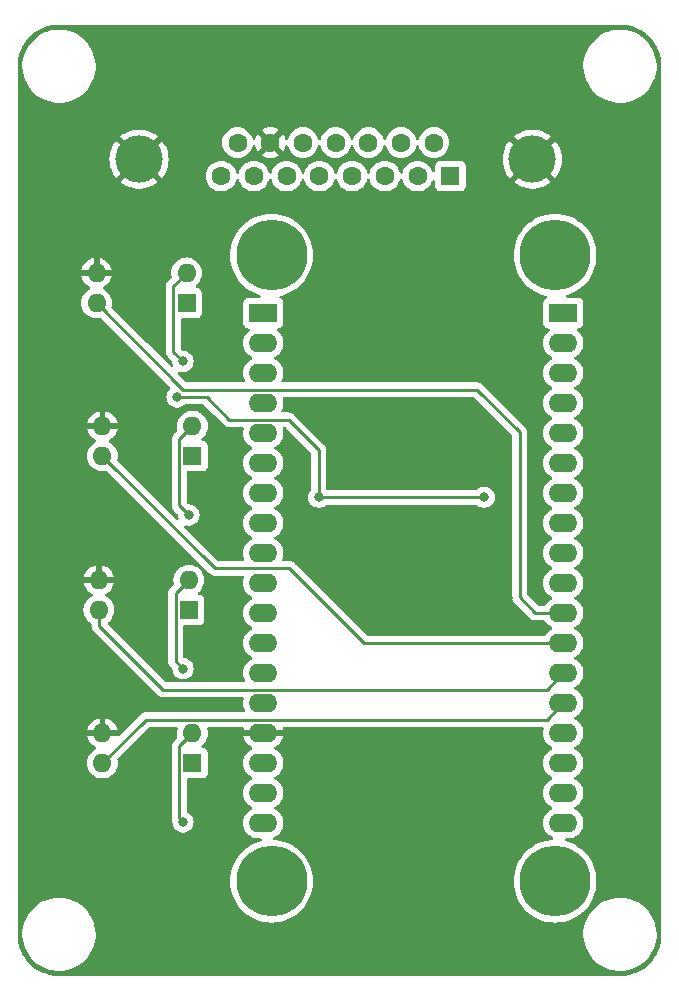
<source format=gbr>
G04 #@! TF.GenerationSoftware,KiCad,Pcbnew,7.0.7*
G04 #@! TF.CreationDate,2023-10-03T13:22:08+10:00*
G04 #@! TF.ProjectId,grbl_controller,6772626c-5f63-46f6-9e74-726f6c6c6572,rev?*
G04 #@! TF.SameCoordinates,Original*
G04 #@! TF.FileFunction,Copper,L2,Bot*
G04 #@! TF.FilePolarity,Positive*
%FSLAX46Y46*%
G04 Gerber Fmt 4.6, Leading zero omitted, Abs format (unit mm)*
G04 Created by KiCad (PCBNEW 7.0.7) date 2023-10-03 13:22:08*
%MOMM*%
%LPD*%
G01*
G04 APERTURE LIST*
G04 #@! TA.AperFunction,ComponentPad*
%ADD10R,1.600000X1.600000*%
G04 #@! TD*
G04 #@! TA.AperFunction,ComponentPad*
%ADD11O,1.600000X1.600000*%
G04 #@! TD*
G04 #@! TA.AperFunction,ComponentPad*
%ADD12C,4.000000*%
G04 #@! TD*
G04 #@! TA.AperFunction,ComponentPad*
%ADD13C,1.600000*%
G04 #@! TD*
G04 #@! TA.AperFunction,WasherPad*
%ADD14C,6.000000*%
G04 #@! TD*
G04 #@! TA.AperFunction,ComponentPad*
%ADD15R,2.400000X1.600000*%
G04 #@! TD*
G04 #@! TA.AperFunction,ComponentPad*
%ADD16O,2.400000X1.600000*%
G04 #@! TD*
G04 #@! TA.AperFunction,ViaPad*
%ADD17C,0.800000*%
G04 #@! TD*
G04 #@! TA.AperFunction,Conductor*
%ADD18C,0.250000*%
G04 #@! TD*
G04 APERTURE END LIST*
D10*
X85300000Y-58540000D03*
D11*
X85300000Y-56000000D03*
X77680000Y-56000000D03*
X77680000Y-58540000D03*
D10*
X85500000Y-84540000D03*
D11*
X85500000Y-82000000D03*
X77880000Y-82000000D03*
X77880000Y-84540000D03*
D10*
X85800000Y-97500000D03*
D11*
X85800000Y-94960000D03*
X78180000Y-94960000D03*
X78180000Y-97500000D03*
D12*
X114580000Y-46380331D03*
X81280000Y-46380331D03*
D10*
X107625000Y-47800331D03*
D13*
X104855000Y-47800331D03*
X102085000Y-47800331D03*
X99315000Y-47800331D03*
X96545000Y-47800331D03*
X93775000Y-47800331D03*
X91005000Y-47800331D03*
X88235000Y-47800331D03*
X106240000Y-44960331D03*
X103470000Y-44960331D03*
X100700000Y-44960331D03*
X97930000Y-44960331D03*
X95160000Y-44960331D03*
X92390000Y-44960331D03*
X89620000Y-44960331D03*
D10*
X85800000Y-71500000D03*
D11*
X85800000Y-68960000D03*
X78180000Y-68960000D03*
X78180000Y-71500000D03*
D14*
X92500000Y-54500000D03*
X92500000Y-107500000D03*
X116500000Y-54500000D03*
X116500000Y-107500000D03*
D15*
X91800000Y-59397410D03*
D16*
X91800000Y-61937410D03*
X91800000Y-64477410D03*
X91800000Y-67017410D03*
X91800000Y-69557410D03*
X91800000Y-72097410D03*
X91800000Y-74637410D03*
X91800000Y-77177410D03*
X91800000Y-79717410D03*
X91800000Y-82257410D03*
X91800000Y-84797410D03*
X91800000Y-87337410D03*
X91800000Y-89877410D03*
X91800000Y-92417410D03*
X91800000Y-94957410D03*
X91800000Y-97497410D03*
X91800000Y-100037410D03*
X91800000Y-102577410D03*
X117200000Y-102577410D03*
X117200000Y-100037410D03*
X117200000Y-97497410D03*
X117200000Y-94957410D03*
X117200000Y-92417410D03*
X117200000Y-89877410D03*
X117200000Y-87337410D03*
X117200000Y-84797410D03*
X117200000Y-82257410D03*
X117200000Y-79717410D03*
X117200000Y-77177410D03*
X117200000Y-74637410D03*
X117200000Y-72097410D03*
X117200000Y-69557410D03*
X117200000Y-67017410D03*
X117200000Y-64477410D03*
X117200000Y-61937410D03*
D15*
X117200000Y-59397410D03*
D17*
X85000000Y-102500000D03*
X85000000Y-63500000D03*
X85000000Y-89500000D03*
X85500000Y-76500000D03*
X96500000Y-75000000D03*
X84500000Y-66500000D03*
X110500000Y-75000000D03*
X106500000Y-58500000D03*
X96500000Y-58500000D03*
X110000000Y-83500000D03*
X101500000Y-58500000D03*
X99000000Y-58500000D03*
X112500000Y-83500000D03*
X104000000Y-58500000D03*
X112000000Y-73000000D03*
X109000000Y-58500000D03*
D18*
X84675000Y-96085000D02*
X84675000Y-102175000D01*
X84675000Y-102175000D02*
X85000000Y-102500000D01*
X85800000Y-94960000D02*
X84675000Y-96085000D01*
X85300000Y-56000000D02*
X84175000Y-57125000D01*
X84175000Y-57125000D02*
X84175000Y-62675000D01*
X84175000Y-62675000D02*
X85000000Y-63500000D01*
X84375000Y-88875000D02*
X85000000Y-89500000D01*
X84375000Y-83125000D02*
X84375000Y-88875000D01*
X85500000Y-82000000D02*
X84375000Y-83125000D01*
X84675000Y-75675000D02*
X85500000Y-76500000D01*
X85800000Y-68960000D02*
X84675000Y-70085000D01*
X84675000Y-70085000D02*
X84675000Y-75675000D01*
X96500000Y-71000000D02*
X96500000Y-75000000D01*
X84500000Y-66500000D02*
X87000000Y-66500000D01*
X96500000Y-75000000D02*
X110500000Y-75000000D01*
X93932410Y-68432410D02*
X96500000Y-71000000D01*
X87000000Y-66500000D02*
X88932410Y-68432410D01*
X88932410Y-68432410D02*
X93932410Y-68432410D01*
X81847590Y-93832410D02*
X115785000Y-93832410D01*
X115785000Y-93832410D02*
X117200000Y-92417410D01*
X78180000Y-97500000D02*
X81847590Y-93832410D01*
X85032410Y-65892410D02*
X109892410Y-65892410D01*
X113500000Y-69500000D02*
X113500000Y-83474696D01*
X109892410Y-65892410D02*
X113500000Y-69500000D01*
X113500000Y-83474696D02*
X114822714Y-84797410D01*
X77680000Y-58540000D02*
X85032410Y-65892410D01*
X114822714Y-84797410D02*
X117200000Y-84797410D01*
X83292410Y-91292410D02*
X77880000Y-85880000D01*
X77880000Y-85880000D02*
X77880000Y-84540000D01*
X115785000Y-91292410D02*
X83292410Y-91292410D01*
X117200000Y-89877410D02*
X115785000Y-91292410D01*
X94000000Y-81000000D02*
X87680000Y-81000000D01*
X100337410Y-87337410D02*
X94000000Y-81000000D01*
X117200000Y-87337410D02*
X100337410Y-87337410D01*
X87680000Y-81000000D02*
X78180000Y-71500000D01*
G04 #@! TA.AperFunction,Conductor*
G36*
X109648997Y-66537595D02*
G01*
X109669639Y-66554229D01*
X112838182Y-69722772D01*
X112871666Y-69784093D01*
X112874500Y-69810451D01*
X112874500Y-83391951D01*
X112872775Y-83407568D01*
X112873061Y-83407595D01*
X112872326Y-83415361D01*
X112874500Y-83484510D01*
X112874500Y-83514039D01*
X112874501Y-83514056D01*
X112875368Y-83520927D01*
X112875826Y-83526746D01*
X112877290Y-83573320D01*
X112877291Y-83573323D01*
X112882880Y-83592563D01*
X112886824Y-83611607D01*
X112889336Y-83631488D01*
X112892624Y-83639792D01*
X112906490Y-83674815D01*
X112908382Y-83680343D01*
X112921381Y-83725084D01*
X112931580Y-83742330D01*
X112940138Y-83759799D01*
X112947514Y-83778428D01*
X112974898Y-83816119D01*
X112978106Y-83821003D01*
X113001827Y-83861112D01*
X113001833Y-83861120D01*
X113015990Y-83875276D01*
X113028628Y-83890072D01*
X113040405Y-83906282D01*
X113040406Y-83906283D01*
X113076309Y-83935984D01*
X113080620Y-83939906D01*
X114127201Y-84986488D01*
X114321911Y-85181198D01*
X114331736Y-85193461D01*
X114331957Y-85193279D01*
X114336928Y-85199288D01*
X114362931Y-85223705D01*
X114387349Y-85246636D01*
X114408243Y-85267530D01*
X114413725Y-85271783D01*
X114418157Y-85275567D01*
X114452132Y-85307472D01*
X114469690Y-85317124D01*
X114485949Y-85327805D01*
X114501778Y-85340083D01*
X114544552Y-85358592D01*
X114549770Y-85361148D01*
X114590622Y-85383607D01*
X114610030Y-85388590D01*
X114628431Y-85394890D01*
X114646818Y-85402847D01*
X114690202Y-85409718D01*
X114692833Y-85410135D01*
X114698553Y-85411319D01*
X114743695Y-85422910D01*
X114763730Y-85422910D01*
X114783128Y-85424436D01*
X114802908Y-85427569D01*
X114802909Y-85427570D01*
X114802909Y-85427569D01*
X114802910Y-85427570D01*
X114849297Y-85423185D01*
X114855136Y-85422910D01*
X115585812Y-85422910D01*
X115652851Y-85442595D01*
X115687387Y-85475787D01*
X115799954Y-85636551D01*
X115960858Y-85797455D01*
X115960861Y-85797457D01*
X116147266Y-85927978D01*
X116205275Y-85955028D01*
X116257714Y-86001201D01*
X116276866Y-86068394D01*
X116256650Y-86135275D01*
X116205275Y-86179792D01*
X116147267Y-86206841D01*
X116147265Y-86206842D01*
X115960858Y-86337364D01*
X115799954Y-86498268D01*
X115687387Y-86659033D01*
X115632811Y-86702658D01*
X115585812Y-86711910D01*
X100647863Y-86711910D01*
X100580824Y-86692225D01*
X100560182Y-86675591D01*
X94500803Y-80616212D01*
X94490980Y-80603950D01*
X94490759Y-80604134D01*
X94485786Y-80598123D01*
X94435364Y-80550773D01*
X94424919Y-80540328D01*
X94414475Y-80529883D01*
X94408986Y-80525625D01*
X94404561Y-80521847D01*
X94370582Y-80489938D01*
X94370580Y-80489936D01*
X94370577Y-80489935D01*
X94353029Y-80480288D01*
X94336763Y-80469604D01*
X94320933Y-80457325D01*
X94278168Y-80438818D01*
X94272922Y-80436248D01*
X94232093Y-80413803D01*
X94232092Y-80413802D01*
X94212693Y-80408822D01*
X94194281Y-80402518D01*
X94175898Y-80394562D01*
X94175892Y-80394560D01*
X94129874Y-80387272D01*
X94124152Y-80386087D01*
X94079021Y-80374500D01*
X94079019Y-80374500D01*
X94058984Y-80374500D01*
X94039586Y-80372973D01*
X94032162Y-80371797D01*
X94019805Y-80369840D01*
X94019804Y-80369840D01*
X93973416Y-80374225D01*
X93967578Y-80374500D01*
X93523178Y-80374500D01*
X93456139Y-80354815D01*
X93410384Y-80302011D01*
X93400440Y-80232853D01*
X93410796Y-80198095D01*
X93426739Y-80163906D01*
X93485635Y-79944102D01*
X93505468Y-79717410D01*
X93485635Y-79490718D01*
X93426739Y-79270914D01*
X93330568Y-79064676D01*
X93200047Y-78878271D01*
X93200045Y-78878268D01*
X93039141Y-78717364D01*
X92852734Y-78586842D01*
X92852728Y-78586839D01*
X92794725Y-78559792D01*
X92742285Y-78513620D01*
X92723133Y-78446427D01*
X92743348Y-78379545D01*
X92794725Y-78335028D01*
X92852734Y-78307978D01*
X93039139Y-78177457D01*
X93200047Y-78016549D01*
X93330568Y-77830144D01*
X93426739Y-77623906D01*
X93485635Y-77404102D01*
X93505468Y-77177410D01*
X93505072Y-77172888D01*
X93485635Y-76950723D01*
X93485635Y-76950718D01*
X93426739Y-76730914D01*
X93330568Y-76524676D01*
X93200047Y-76338271D01*
X93200045Y-76338268D01*
X93039141Y-76177364D01*
X92852734Y-76046842D01*
X92852728Y-76046839D01*
X92794725Y-76019792D01*
X92742285Y-75973620D01*
X92723133Y-75906427D01*
X92743348Y-75839545D01*
X92794725Y-75795028D01*
X92852734Y-75767978D01*
X93039139Y-75637457D01*
X93200047Y-75476549D01*
X93330568Y-75290144D01*
X93426739Y-75083906D01*
X93485635Y-74864102D01*
X93505468Y-74637410D01*
X93504970Y-74631722D01*
X93499801Y-74572640D01*
X93485635Y-74410718D01*
X93426739Y-74190914D01*
X93330568Y-73984676D01*
X93200047Y-73798271D01*
X93200045Y-73798268D01*
X93039141Y-73637364D01*
X92852734Y-73506842D01*
X92852728Y-73506839D01*
X92794725Y-73479792D01*
X92742285Y-73433620D01*
X92723133Y-73366427D01*
X92743348Y-73299545D01*
X92794725Y-73255028D01*
X92852734Y-73227978D01*
X93039139Y-73097457D01*
X93200047Y-72936549D01*
X93330568Y-72750144D01*
X93426739Y-72543906D01*
X93485635Y-72324102D01*
X93505468Y-72097410D01*
X93485635Y-71870718D01*
X93426739Y-71650914D01*
X93330568Y-71444676D01*
X93200047Y-71258271D01*
X93200045Y-71258268D01*
X93039141Y-71097364D01*
X92852734Y-70966842D01*
X92852728Y-70966839D01*
X92818495Y-70950876D01*
X92794724Y-70939791D01*
X92742285Y-70893620D01*
X92723133Y-70826427D01*
X92743348Y-70759545D01*
X92794725Y-70715028D01*
X92852734Y-70687978D01*
X93039139Y-70557457D01*
X93200047Y-70396549D01*
X93330568Y-70210144D01*
X93426739Y-70003906D01*
X93485635Y-69784102D01*
X93487389Y-69764061D01*
X93505468Y-69557411D01*
X93505468Y-69557408D01*
X93492265Y-69406497D01*
X93485635Y-69330718D01*
X93472308Y-69280983D01*
X93454362Y-69214003D01*
X93456025Y-69144153D01*
X93495188Y-69086291D01*
X93559417Y-69058787D01*
X93574137Y-69057910D01*
X93621958Y-69057910D01*
X93688997Y-69077595D01*
X93709639Y-69094229D01*
X95838181Y-71222770D01*
X95871666Y-71284093D01*
X95874500Y-71310451D01*
X95874500Y-74301312D01*
X95854815Y-74368351D01*
X95842650Y-74384284D01*
X95767466Y-74467784D01*
X95672821Y-74631715D01*
X95672818Y-74631722D01*
X95614327Y-74811740D01*
X95614326Y-74811744D01*
X95594540Y-75000000D01*
X95614326Y-75188256D01*
X95614327Y-75188259D01*
X95672818Y-75368277D01*
X95672821Y-75368284D01*
X95767467Y-75532216D01*
X95863487Y-75638857D01*
X95894129Y-75672888D01*
X96047265Y-75784148D01*
X96047270Y-75784151D01*
X96220192Y-75861142D01*
X96220197Y-75861144D01*
X96405354Y-75900500D01*
X96405355Y-75900500D01*
X96594644Y-75900500D01*
X96594646Y-75900500D01*
X96779803Y-75861144D01*
X96952730Y-75784151D01*
X97105871Y-75672888D01*
X97108788Y-75669647D01*
X97111600Y-75666526D01*
X97171087Y-75629879D01*
X97203748Y-75625500D01*
X109796252Y-75625500D01*
X109863291Y-75645185D01*
X109888400Y-75666526D01*
X109894126Y-75672885D01*
X109894130Y-75672889D01*
X110047265Y-75784148D01*
X110047270Y-75784151D01*
X110220192Y-75861142D01*
X110220197Y-75861144D01*
X110405354Y-75900500D01*
X110405355Y-75900500D01*
X110594644Y-75900500D01*
X110594646Y-75900500D01*
X110779803Y-75861144D01*
X110952730Y-75784151D01*
X111105871Y-75672888D01*
X111232533Y-75532216D01*
X111327179Y-75368284D01*
X111385674Y-75188256D01*
X111405460Y-75000000D01*
X111385674Y-74811744D01*
X111327179Y-74631716D01*
X111232533Y-74467784D01*
X111105871Y-74327112D01*
X111105870Y-74327111D01*
X110952734Y-74215851D01*
X110952729Y-74215848D01*
X110779807Y-74138857D01*
X110779802Y-74138855D01*
X110634000Y-74107865D01*
X110594646Y-74099500D01*
X110405354Y-74099500D01*
X110372897Y-74106398D01*
X110220197Y-74138855D01*
X110220192Y-74138857D01*
X110047270Y-74215848D01*
X110047265Y-74215851D01*
X109894130Y-74327110D01*
X109894126Y-74327114D01*
X109888400Y-74333474D01*
X109828913Y-74370121D01*
X109796252Y-74374500D01*
X97249500Y-74374500D01*
X97182461Y-74354815D01*
X97136706Y-74302011D01*
X97125500Y-74250500D01*
X97125500Y-71082742D01*
X97127224Y-71067122D01*
X97126939Y-71067095D01*
X97127673Y-71059333D01*
X97125500Y-70990172D01*
X97125500Y-70960656D01*
X97125500Y-70960650D01*
X97124631Y-70953779D01*
X97124173Y-70947952D01*
X97123917Y-70939792D01*
X97122710Y-70901373D01*
X97117119Y-70882130D01*
X97113173Y-70863078D01*
X97110664Y-70843208D01*
X97093504Y-70799867D01*
X97091624Y-70794379D01*
X97078618Y-70749610D01*
X97068422Y-70732370D01*
X97059861Y-70714894D01*
X97052487Y-70696270D01*
X97046464Y-70687980D01*
X97025079Y-70658545D01*
X97021888Y-70653686D01*
X97020967Y-70652129D01*
X96998170Y-70613580D01*
X96998168Y-70613578D01*
X96998165Y-70613574D01*
X96984006Y-70599415D01*
X96971368Y-70584619D01*
X96959594Y-70568413D01*
X96946350Y-70557457D01*
X96923688Y-70538709D01*
X96919376Y-70534786D01*
X94433213Y-68048622D01*
X94423390Y-68036360D01*
X94423169Y-68036544D01*
X94418196Y-68030533D01*
X94367774Y-67983183D01*
X94357329Y-67972738D01*
X94346885Y-67962293D01*
X94341396Y-67958035D01*
X94336971Y-67954257D01*
X94302992Y-67922348D01*
X94302990Y-67922346D01*
X94302987Y-67922345D01*
X94285439Y-67912698D01*
X94269173Y-67902014D01*
X94253343Y-67889735D01*
X94210578Y-67871228D01*
X94205332Y-67868658D01*
X94164503Y-67846213D01*
X94164502Y-67846212D01*
X94145103Y-67841232D01*
X94126691Y-67834928D01*
X94108308Y-67826972D01*
X94108302Y-67826970D01*
X94062284Y-67819682D01*
X94056562Y-67818497D01*
X94011431Y-67806910D01*
X94011429Y-67806910D01*
X93991394Y-67806910D01*
X93971996Y-67805383D01*
X93964572Y-67804207D01*
X93952215Y-67802250D01*
X93952214Y-67802250D01*
X93905826Y-67806635D01*
X93899988Y-67806910D01*
X93461434Y-67806910D01*
X93394395Y-67787225D01*
X93348640Y-67734421D01*
X93338696Y-67665263D01*
X93349052Y-67630505D01*
X93426739Y-67463906D01*
X93485635Y-67244102D01*
X93505468Y-67017410D01*
X93485635Y-66790718D01*
X93469256Y-66729591D01*
X93454362Y-66674003D01*
X93456025Y-66604153D01*
X93495188Y-66546291D01*
X93559417Y-66518787D01*
X93574137Y-66517910D01*
X109581958Y-66517910D01*
X109648997Y-66537595D01*
G37*
G04 #@! TD.AperFunction*
G04 #@! TA.AperFunction,Conductor*
G36*
X122476960Y-35001342D02*
G01*
X122526508Y-35008691D01*
X122704770Y-35036926D01*
X122710086Y-35038010D01*
X122880788Y-35080769D01*
X123051983Y-35126640D01*
X123056793Y-35128142D01*
X123223973Y-35187960D01*
X123388319Y-35251047D01*
X123392586Y-35252873D01*
X123553926Y-35329181D01*
X123615668Y-35360640D01*
X123710277Y-35408847D01*
X123713981Y-35410896D01*
X123821167Y-35475141D01*
X123867605Y-35502975D01*
X124014593Y-35598430D01*
X124017759Y-35600629D01*
X124161963Y-35707578D01*
X124213314Y-35749161D01*
X124298179Y-35817883D01*
X124300765Y-35820099D01*
X124432898Y-35939857D01*
X124435102Y-35941956D01*
X124558042Y-36064896D01*
X124560141Y-36067100D01*
X124679889Y-36199222D01*
X124682121Y-36201826D01*
X124690369Y-36212011D01*
X124792421Y-36338036D01*
X124899369Y-36482239D01*
X124901568Y-36485405D01*
X124997024Y-36632394D01*
X125089088Y-36785993D01*
X125091151Y-36789720D01*
X125170822Y-36946081D01*
X125247125Y-37107412D01*
X125248961Y-37111703D01*
X125312042Y-37276034D01*
X125371848Y-37443181D01*
X125373360Y-37448023D01*
X125419237Y-37619239D01*
X125461982Y-37789886D01*
X125463077Y-37795254D01*
X125491318Y-37973560D01*
X125493081Y-37985448D01*
X125498657Y-38023042D01*
X125499999Y-38041234D01*
X125499999Y-112458765D01*
X125498657Y-112476956D01*
X125491327Y-112526378D01*
X125478886Y-112604933D01*
X125463077Y-112704744D01*
X125461982Y-112710112D01*
X125419237Y-112880760D01*
X125373360Y-113051975D01*
X125371848Y-113056817D01*
X125312042Y-113223965D01*
X125248961Y-113388295D01*
X125247125Y-113392586D01*
X125170822Y-113553918D01*
X125091151Y-113710278D01*
X125089088Y-113714005D01*
X124997024Y-113867605D01*
X124901568Y-114014593D01*
X124899369Y-114017759D01*
X124792421Y-114161963D01*
X124682134Y-114298157D01*
X124679889Y-114300776D01*
X124560141Y-114432898D01*
X124558042Y-114435102D01*
X124435102Y-114558042D01*
X124432898Y-114560141D01*
X124300776Y-114679889D01*
X124298157Y-114682134D01*
X124161963Y-114792421D01*
X124017759Y-114899369D01*
X124014593Y-114901568D01*
X123867605Y-114997024D01*
X123714005Y-115089088D01*
X123710278Y-115091151D01*
X123553918Y-115170822D01*
X123392586Y-115247125D01*
X123388295Y-115248961D01*
X123223965Y-115312042D01*
X123056817Y-115371848D01*
X123051975Y-115373360D01*
X122880760Y-115419237D01*
X122710112Y-115461982D01*
X122704744Y-115463077D01*
X122611589Y-115477831D01*
X122526408Y-115491322D01*
X122504188Y-115494619D01*
X122476958Y-115498658D01*
X122458764Y-115500000D01*
X74041235Y-115500000D01*
X74023041Y-115498658D01*
X73999270Y-115495132D01*
X73973612Y-115491326D01*
X73846950Y-115471265D01*
X73795254Y-115463077D01*
X73789886Y-115461982D01*
X73619239Y-115419237D01*
X73448023Y-115373360D01*
X73443181Y-115371848D01*
X73276034Y-115312042D01*
X73111703Y-115248961D01*
X73107412Y-115247125D01*
X72946081Y-115170822D01*
X72789720Y-115091151D01*
X72785993Y-115089088D01*
X72632394Y-114997024D01*
X72485405Y-114901568D01*
X72482239Y-114899369D01*
X72338036Y-114792421D01*
X72229029Y-114704150D01*
X72201826Y-114682121D01*
X72199222Y-114679889D01*
X72124944Y-114612568D01*
X72067095Y-114560136D01*
X72064896Y-114558042D01*
X71941956Y-114435102D01*
X71939857Y-114432898D01*
X71889664Y-114377518D01*
X71820099Y-114300765D01*
X71817883Y-114298179D01*
X71709538Y-114164384D01*
X71707578Y-114161963D01*
X71600629Y-114017759D01*
X71598430Y-114014593D01*
X71502975Y-113867605D01*
X71474487Y-113820076D01*
X71410896Y-113713981D01*
X71408847Y-113710277D01*
X71329177Y-113553918D01*
X71252873Y-113392586D01*
X71251047Y-113388319D01*
X71187960Y-113223973D01*
X71128142Y-113056793D01*
X71126640Y-113051983D01*
X71080762Y-112880760D01*
X71075617Y-112860222D01*
X71038010Y-112710086D01*
X71036926Y-112704770D01*
X71008686Y-112526469D01*
X71001341Y-112476959D01*
X71000000Y-112458767D01*
X71000000Y-112088678D01*
X71395700Y-112088678D01*
X71426044Y-112441961D01*
X71426047Y-112441983D01*
X71496459Y-112789479D01*
X71496465Y-112789501D01*
X71606038Y-113126729D01*
X71753333Y-113449261D01*
X71753338Y-113449271D01*
X71936434Y-113752901D01*
X71936438Y-113752906D01*
X71936443Y-113752915D01*
X71936448Y-113752921D01*
X72152963Y-114033704D01*
X72152975Y-114033718D01*
X72355977Y-114242601D01*
X72400095Y-114287997D01*
X72674595Y-114512455D01*
X72674597Y-114512456D01*
X72972875Y-114704150D01*
X72972881Y-114704153D01*
X72972883Y-114704154D01*
X72972891Y-114704159D01*
X73291096Y-114860609D01*
X73625061Y-114979768D01*
X73970432Y-115060080D01*
X74256953Y-115092955D01*
X74322705Y-115100500D01*
X74322707Y-115100500D01*
X74588578Y-115100500D01*
X74677053Y-115095440D01*
X74854008Y-115085322D01*
X75203400Y-115024857D01*
X75543623Y-114924959D01*
X75870241Y-114786929D01*
X76178995Y-114612568D01*
X76465861Y-114404147D01*
X76727099Y-114164385D01*
X76959304Y-113896407D01*
X77159448Y-113603706D01*
X77324921Y-113290098D01*
X77453568Y-112959672D01*
X77474311Y-112880760D01*
X77543709Y-112616739D01*
X77543710Y-112616736D01*
X77594173Y-112265759D01*
X77599231Y-112088678D01*
X118895700Y-112088678D01*
X118926044Y-112441961D01*
X118926047Y-112441983D01*
X118996459Y-112789479D01*
X118996465Y-112789501D01*
X119106038Y-113126729D01*
X119253333Y-113449261D01*
X119253338Y-113449271D01*
X119436434Y-113752901D01*
X119436438Y-113752906D01*
X119436443Y-113752915D01*
X119436448Y-113752921D01*
X119652963Y-114033704D01*
X119652975Y-114033718D01*
X119855977Y-114242601D01*
X119900095Y-114287997D01*
X120174595Y-114512455D01*
X120174597Y-114512456D01*
X120472875Y-114704150D01*
X120472881Y-114704153D01*
X120472883Y-114704154D01*
X120472891Y-114704159D01*
X120791096Y-114860609D01*
X121125061Y-114979768D01*
X121470432Y-115060080D01*
X121756953Y-115092955D01*
X121822705Y-115100500D01*
X121822707Y-115100500D01*
X122088578Y-115100500D01*
X122177053Y-115095440D01*
X122354008Y-115085322D01*
X122703400Y-115024857D01*
X123043623Y-114924959D01*
X123370241Y-114786929D01*
X123678995Y-114612568D01*
X123965861Y-114404147D01*
X124227099Y-114164385D01*
X124459304Y-113896407D01*
X124659448Y-113603706D01*
X124824921Y-113290098D01*
X124953568Y-112959672D01*
X124974311Y-112880760D01*
X125043709Y-112616739D01*
X125043710Y-112616736D01*
X125094173Y-112265759D01*
X125099657Y-112073769D01*
X125104299Y-111911328D01*
X125104299Y-111911317D01*
X125089089Y-111734233D01*
X125073955Y-111558032D01*
X125073952Y-111558016D01*
X125003540Y-111210520D01*
X125003534Y-111210498D01*
X124930623Y-110986102D01*
X124893964Y-110873277D01*
X124819357Y-110709911D01*
X124746666Y-110550738D01*
X124746661Y-110550728D01*
X124563565Y-110247098D01*
X124563563Y-110247096D01*
X124563557Y-110247085D01*
X124453954Y-110104949D01*
X124347036Y-109966295D01*
X124347024Y-109966281D01*
X124099913Y-109712011D01*
X124099910Y-109712008D01*
X124099905Y-109712003D01*
X123825405Y-109487545D01*
X123825402Y-109487543D01*
X123527124Y-109295849D01*
X123527118Y-109295846D01*
X123527112Y-109295843D01*
X123527109Y-109295841D01*
X123208904Y-109139391D01*
X123208900Y-109139389D01*
X123208899Y-109139389D01*
X122874940Y-109020232D01*
X122681031Y-108975141D01*
X122529568Y-108939920D01*
X122405949Y-108925736D01*
X122177295Y-108899500D01*
X122177293Y-108899500D01*
X121911424Y-108899500D01*
X121911422Y-108899500D01*
X121645995Y-108914677D01*
X121296608Y-108975141D01*
X121296591Y-108975145D01*
X120956380Y-109075040D01*
X120956377Y-109075041D01*
X120804107Y-109139391D01*
X120629766Y-109213068D01*
X120629761Y-109213070D01*
X120321005Y-109387431D01*
X120321002Y-109387433D01*
X120034138Y-109595853D01*
X119772901Y-109835615D01*
X119772900Y-109835616D01*
X119540695Y-110103593D01*
X119340555Y-110396288D01*
X119340548Y-110396299D01*
X119175085Y-110709889D01*
X119175075Y-110709911D01*
X119046429Y-111040333D01*
X118956290Y-111383260D01*
X118905828Y-111734233D01*
X118905826Y-111734253D01*
X118895700Y-112088671D01*
X118895700Y-112088678D01*
X77599231Y-112088678D01*
X77599657Y-112073769D01*
X77604299Y-111911328D01*
X77604299Y-111911317D01*
X77589089Y-111734233D01*
X77573955Y-111558032D01*
X77573952Y-111558016D01*
X77503540Y-111210520D01*
X77503534Y-111210498D01*
X77430623Y-110986102D01*
X77393964Y-110873277D01*
X77319357Y-110709911D01*
X77246666Y-110550738D01*
X77246661Y-110550728D01*
X77063565Y-110247098D01*
X77063563Y-110247096D01*
X77063557Y-110247085D01*
X76953954Y-110104949D01*
X76847036Y-109966295D01*
X76847024Y-109966281D01*
X76599913Y-109712011D01*
X76599910Y-109712008D01*
X76599905Y-109712003D01*
X76325405Y-109487545D01*
X76325402Y-109487543D01*
X76027124Y-109295849D01*
X76027118Y-109295846D01*
X76027112Y-109295843D01*
X76027109Y-109295841D01*
X75708904Y-109139391D01*
X75708900Y-109139389D01*
X75708899Y-109139389D01*
X75374940Y-109020232D01*
X75181031Y-108975141D01*
X75029568Y-108939920D01*
X74905949Y-108925736D01*
X74677295Y-108899500D01*
X74677293Y-108899500D01*
X74411424Y-108899500D01*
X74411422Y-108899500D01*
X74145995Y-108914677D01*
X73796608Y-108975141D01*
X73796591Y-108975145D01*
X73456380Y-109075040D01*
X73456377Y-109075041D01*
X73304107Y-109139391D01*
X73129766Y-109213068D01*
X73129761Y-109213070D01*
X72821005Y-109387431D01*
X72821002Y-109387433D01*
X72534138Y-109595853D01*
X72272901Y-109835615D01*
X72272900Y-109835616D01*
X72040695Y-110103593D01*
X71840555Y-110396288D01*
X71840548Y-110396299D01*
X71675085Y-110709889D01*
X71675075Y-110709911D01*
X71546429Y-111040333D01*
X71456290Y-111383260D01*
X71405828Y-111734233D01*
X71405826Y-111734253D01*
X71395700Y-112088671D01*
X71395700Y-112088678D01*
X71000000Y-112088678D01*
X71000000Y-58540001D01*
X76374532Y-58540001D01*
X76394364Y-58766686D01*
X76394366Y-58766697D01*
X76453258Y-58986488D01*
X76453261Y-58986497D01*
X76549431Y-59192732D01*
X76549432Y-59192734D01*
X76679954Y-59379141D01*
X76840858Y-59540045D01*
X76840861Y-59540047D01*
X77027266Y-59670568D01*
X77233504Y-59766739D01*
X77453308Y-59825635D01*
X77610791Y-59839413D01*
X77679998Y-59845468D01*
X77680000Y-59845468D01*
X77680002Y-59845468D01*
X77736807Y-59840498D01*
X77906692Y-59825635D01*
X77975048Y-59807319D01*
X78044897Y-59808982D01*
X78094822Y-59839413D01*
X83900864Y-65645455D01*
X83934349Y-65706778D01*
X83929365Y-65776470D01*
X83898305Y-65822127D01*
X83898477Y-65822282D01*
X83897345Y-65823538D01*
X83896161Y-65825280D01*
X83894134Y-65827105D01*
X83767466Y-65967785D01*
X83672821Y-66131715D01*
X83672818Y-66131722D01*
X83614327Y-66311740D01*
X83614326Y-66311744D01*
X83594540Y-66500000D01*
X83614326Y-66688256D01*
X83614327Y-66688259D01*
X83672818Y-66868277D01*
X83672821Y-66868284D01*
X83767467Y-67032216D01*
X83869185Y-67145185D01*
X83894129Y-67172888D01*
X84047265Y-67284148D01*
X84047270Y-67284151D01*
X84220192Y-67361142D01*
X84220197Y-67361144D01*
X84405354Y-67400500D01*
X84405355Y-67400500D01*
X84594644Y-67400500D01*
X84594646Y-67400500D01*
X84779803Y-67361144D01*
X84952730Y-67284151D01*
X85105871Y-67172888D01*
X85108788Y-67169647D01*
X85111600Y-67166526D01*
X85171087Y-67129879D01*
X85203748Y-67125500D01*
X86689548Y-67125500D01*
X86756587Y-67145185D01*
X86777228Y-67161818D01*
X87632864Y-68017455D01*
X88431607Y-68816198D01*
X88441432Y-68828461D01*
X88441653Y-68828279D01*
X88446624Y-68834288D01*
X88465110Y-68851647D01*
X88497045Y-68881636D01*
X88517939Y-68902530D01*
X88523421Y-68906783D01*
X88527853Y-68910567D01*
X88561828Y-68942472D01*
X88579386Y-68952124D01*
X88595645Y-68962805D01*
X88611474Y-68975083D01*
X88654248Y-68993592D01*
X88659466Y-68996148D01*
X88700318Y-69018607D01*
X88719726Y-69023590D01*
X88738127Y-69029890D01*
X88756514Y-69037847D01*
X88799898Y-69044718D01*
X88802529Y-69045135D01*
X88808249Y-69046319D01*
X88853391Y-69057910D01*
X88873426Y-69057910D01*
X88892824Y-69059436D01*
X88912604Y-69062569D01*
X88912605Y-69062570D01*
X88912605Y-69062569D01*
X88912606Y-69062570D01*
X88958993Y-69058185D01*
X88964832Y-69057910D01*
X90025863Y-69057910D01*
X90092902Y-69077595D01*
X90138657Y-69130399D01*
X90148601Y-69199557D01*
X90145638Y-69214003D01*
X90114366Y-69330712D01*
X90114364Y-69330723D01*
X90094532Y-69557408D01*
X90094532Y-69557411D01*
X90114364Y-69784093D01*
X90114366Y-69784107D01*
X90173258Y-70003898D01*
X90173261Y-70003907D01*
X90269431Y-70210142D01*
X90269432Y-70210144D01*
X90399954Y-70396551D01*
X90560858Y-70557455D01*
X90560861Y-70557457D01*
X90747266Y-70687978D01*
X90805275Y-70715028D01*
X90857714Y-70761201D01*
X90876866Y-70828394D01*
X90856650Y-70895275D01*
X90805275Y-70939792D01*
X90747267Y-70966841D01*
X90747265Y-70966842D01*
X90560858Y-71097364D01*
X90399954Y-71258268D01*
X90269432Y-71444675D01*
X90269431Y-71444677D01*
X90173261Y-71650912D01*
X90173258Y-71650921D01*
X90114366Y-71870712D01*
X90114364Y-71870723D01*
X90094532Y-72097408D01*
X90094532Y-72097411D01*
X90114364Y-72324096D01*
X90114366Y-72324107D01*
X90173258Y-72543898D01*
X90173261Y-72543907D01*
X90269431Y-72750142D01*
X90269432Y-72750144D01*
X90399954Y-72936551D01*
X90560858Y-73097455D01*
X90560861Y-73097457D01*
X90747266Y-73227978D01*
X90805275Y-73255028D01*
X90857714Y-73301201D01*
X90876866Y-73368394D01*
X90856650Y-73435275D01*
X90805275Y-73479792D01*
X90747267Y-73506841D01*
X90747265Y-73506842D01*
X90560858Y-73637364D01*
X90399954Y-73798268D01*
X90269432Y-73984675D01*
X90269431Y-73984677D01*
X90173261Y-74190912D01*
X90173258Y-74190921D01*
X90114366Y-74410712D01*
X90114364Y-74410723D01*
X90094532Y-74637408D01*
X90094532Y-74637411D01*
X90114364Y-74864096D01*
X90114366Y-74864107D01*
X90173258Y-75083898D01*
X90173261Y-75083907D01*
X90269431Y-75290142D01*
X90269432Y-75290144D01*
X90399954Y-75476551D01*
X90560858Y-75637455D01*
X90562859Y-75638856D01*
X90747266Y-75767978D01*
X90800621Y-75792858D01*
X90805275Y-75795028D01*
X90857714Y-75841201D01*
X90876866Y-75908394D01*
X90856650Y-75975275D01*
X90805275Y-76019792D01*
X90747267Y-76046841D01*
X90747265Y-76046842D01*
X90560858Y-76177364D01*
X90399954Y-76338268D01*
X90269432Y-76524675D01*
X90269431Y-76524677D01*
X90173261Y-76730912D01*
X90173258Y-76730921D01*
X90114366Y-76950712D01*
X90114364Y-76950723D01*
X90094532Y-77177408D01*
X90094532Y-77177411D01*
X90114364Y-77404096D01*
X90114366Y-77404107D01*
X90173258Y-77623898D01*
X90173261Y-77623907D01*
X90269431Y-77830142D01*
X90269432Y-77830144D01*
X90399954Y-78016551D01*
X90560858Y-78177455D01*
X90560861Y-78177457D01*
X90747266Y-78307978D01*
X90805275Y-78335028D01*
X90857714Y-78381201D01*
X90876866Y-78448394D01*
X90856650Y-78515275D01*
X90805275Y-78559792D01*
X90747267Y-78586841D01*
X90747265Y-78586842D01*
X90560858Y-78717364D01*
X90399954Y-78878268D01*
X90269432Y-79064675D01*
X90269431Y-79064677D01*
X90173261Y-79270912D01*
X90173258Y-79270921D01*
X90114366Y-79490712D01*
X90114364Y-79490723D01*
X90094532Y-79717408D01*
X90094532Y-79717411D01*
X90114364Y-79944096D01*
X90114366Y-79944107D01*
X90173258Y-80163898D01*
X90173261Y-80163907D01*
X90189204Y-80198095D01*
X90199696Y-80267172D01*
X90171177Y-80330956D01*
X90112700Y-80369196D01*
X90076822Y-80374500D01*
X87990452Y-80374500D01*
X87923413Y-80354815D01*
X87902771Y-80338181D01*
X85142255Y-77577665D01*
X85108770Y-77516342D01*
X85113754Y-77446650D01*
X85155626Y-77390717D01*
X85221090Y-77366300D01*
X85255717Y-77368694D01*
X85405354Y-77400500D01*
X85405355Y-77400500D01*
X85594644Y-77400500D01*
X85594646Y-77400500D01*
X85779803Y-77361144D01*
X85952730Y-77284151D01*
X86105871Y-77172888D01*
X86232533Y-77032216D01*
X86327179Y-76868284D01*
X86385674Y-76688256D01*
X86405460Y-76500000D01*
X86385674Y-76311744D01*
X86327179Y-76131716D01*
X86232533Y-75967784D01*
X86105871Y-75827112D01*
X86105870Y-75827111D01*
X85952734Y-75715851D01*
X85952729Y-75715848D01*
X85779807Y-75638857D01*
X85779802Y-75638855D01*
X85634000Y-75607865D01*
X85594646Y-75599500D01*
X85594645Y-75599500D01*
X85535453Y-75599500D01*
X85468414Y-75579815D01*
X85447772Y-75563181D01*
X85336819Y-75452228D01*
X85303334Y-75390905D01*
X85300500Y-75364547D01*
X85300500Y-72924499D01*
X85320185Y-72857460D01*
X85372989Y-72811705D01*
X85424500Y-72800499D01*
X86647871Y-72800499D01*
X86647872Y-72800499D01*
X86707483Y-72794091D01*
X86842331Y-72743796D01*
X86957546Y-72657546D01*
X87043796Y-72542331D01*
X87094091Y-72407483D01*
X87100500Y-72347873D01*
X87100499Y-70652128D01*
X87094091Y-70592517D01*
X87094090Y-70592515D01*
X87043797Y-70457671D01*
X87043793Y-70457664D01*
X86957547Y-70342455D01*
X86957544Y-70342452D01*
X86842335Y-70256206D01*
X86842328Y-70256202D01*
X86707482Y-70205908D01*
X86707483Y-70205908D01*
X86672404Y-70202137D01*
X86607853Y-70175399D01*
X86568005Y-70118006D01*
X86565512Y-70048181D01*
X86601165Y-69988092D01*
X86614539Y-69977272D01*
X86618121Y-69974763D01*
X86639139Y-69960047D01*
X86800047Y-69799139D01*
X86930568Y-69612734D01*
X87026739Y-69406496D01*
X87085635Y-69186692D01*
X87104148Y-68975083D01*
X87105468Y-68960001D01*
X87105468Y-68959998D01*
X87094519Y-68834852D01*
X87085635Y-68733308D01*
X87026739Y-68513504D01*
X86930568Y-68307266D01*
X86800047Y-68120861D01*
X86800045Y-68120858D01*
X86639141Y-67959954D01*
X86452734Y-67829432D01*
X86452732Y-67829431D01*
X86246497Y-67733261D01*
X86246488Y-67733258D01*
X86026697Y-67674366D01*
X86026693Y-67674365D01*
X86026692Y-67674365D01*
X86026691Y-67674364D01*
X86026686Y-67674364D01*
X85800002Y-67654532D01*
X85799998Y-67654532D01*
X85573313Y-67674364D01*
X85573302Y-67674366D01*
X85353511Y-67733258D01*
X85353502Y-67733261D01*
X85147267Y-67829431D01*
X85147265Y-67829432D01*
X84960858Y-67959954D01*
X84799954Y-68120858D01*
X84669432Y-68307265D01*
X84669431Y-68307267D01*
X84573261Y-68513502D01*
X84573258Y-68513511D01*
X84514366Y-68733302D01*
X84514364Y-68733313D01*
X84495221Y-68952121D01*
X84494532Y-68960000D01*
X84514364Y-69186686D01*
X84514365Y-69186691D01*
X84514366Y-69186697D01*
X84532680Y-69255048D01*
X84531017Y-69324897D01*
X84500586Y-69374821D01*
X84291208Y-69584199D01*
X84278951Y-69594020D01*
X84279134Y-69594241D01*
X84273123Y-69599213D01*
X84225772Y-69649636D01*
X84204889Y-69670519D01*
X84204877Y-69670532D01*
X84200621Y-69676017D01*
X84196837Y-69680447D01*
X84164937Y-69714418D01*
X84164936Y-69714420D01*
X84155284Y-69731976D01*
X84144610Y-69748226D01*
X84132329Y-69764061D01*
X84132324Y-69764068D01*
X84113815Y-69806838D01*
X84111245Y-69812084D01*
X84088803Y-69852906D01*
X84083822Y-69872307D01*
X84077521Y-69890710D01*
X84069562Y-69909102D01*
X84069561Y-69909105D01*
X84062271Y-69955127D01*
X84061087Y-69960846D01*
X84049501Y-70005972D01*
X84049500Y-70005982D01*
X84049500Y-70026016D01*
X84047973Y-70045415D01*
X84044840Y-70065194D01*
X84044840Y-70065195D01*
X84049225Y-70111583D01*
X84049500Y-70117421D01*
X84049500Y-75592254D01*
X84047775Y-75607872D01*
X84048061Y-75607899D01*
X84047326Y-75615666D01*
X84049499Y-75684814D01*
X84049499Y-75714351D01*
X84050368Y-75721232D01*
X84050826Y-75727051D01*
X84052290Y-75773624D01*
X84052291Y-75773627D01*
X84057880Y-75792867D01*
X84061824Y-75811911D01*
X84064336Y-75831792D01*
X84075956Y-75861142D01*
X84081490Y-75875119D01*
X84083382Y-75880647D01*
X84096381Y-75925388D01*
X84106580Y-75942634D01*
X84115136Y-75960100D01*
X84120490Y-75973620D01*
X84122514Y-75978732D01*
X84149898Y-76016423D01*
X84153106Y-76021307D01*
X84176827Y-76061416D01*
X84176833Y-76061424D01*
X84190990Y-76075580D01*
X84203627Y-76090375D01*
X84215406Y-76106587D01*
X84245789Y-76131722D01*
X84251309Y-76136288D01*
X84255620Y-76140210D01*
X84532556Y-76417147D01*
X84561038Y-76445629D01*
X84594523Y-76506952D01*
X84596678Y-76520348D01*
X84614326Y-76688256D01*
X84628702Y-76732501D01*
X84630696Y-76802343D01*
X84594614Y-76862175D01*
X84531913Y-76893002D01*
X84462499Y-76885037D01*
X84423089Y-76858499D01*
X83671177Y-76106587D01*
X79479413Y-71914822D01*
X79445928Y-71853499D01*
X79447319Y-71795048D01*
X79465635Y-71726692D01*
X79485468Y-71500000D01*
X79465635Y-71273308D01*
X79406739Y-71053504D01*
X79310568Y-70847266D01*
X79180047Y-70660861D01*
X79180045Y-70660858D01*
X79019141Y-70499954D01*
X78832734Y-70369432D01*
X78832732Y-70369431D01*
X78821275Y-70364088D01*
X78774132Y-70342105D01*
X78721694Y-70295934D01*
X78702542Y-70228740D01*
X78722758Y-70161859D01*
X78774134Y-70117341D01*
X78832484Y-70090132D01*
X79018820Y-69959657D01*
X79179657Y-69798820D01*
X79310134Y-69612482D01*
X79406265Y-69406326D01*
X79406269Y-69406317D01*
X79458872Y-69210000D01*
X78690576Y-69210000D01*
X78623537Y-69190315D01*
X78577782Y-69137511D01*
X78567838Y-69068353D01*
X78568103Y-69066603D01*
X78584986Y-68960003D01*
X78584986Y-68959996D01*
X78568103Y-68853397D01*
X78577058Y-68784104D01*
X78622054Y-68730652D01*
X78688806Y-68710013D01*
X78690576Y-68710000D01*
X79458872Y-68710000D01*
X79458872Y-68709999D01*
X79406269Y-68513682D01*
X79406265Y-68513673D01*
X79310134Y-68307517D01*
X79179657Y-68121179D01*
X79018820Y-67960342D01*
X78832482Y-67829865D01*
X78626328Y-67733734D01*
X78430000Y-67681127D01*
X78430000Y-68449424D01*
X78410315Y-68516463D01*
X78357511Y-68562218D01*
X78288353Y-68572162D01*
X78286602Y-68571897D01*
X78211486Y-68560000D01*
X78211481Y-68560000D01*
X78148519Y-68560000D01*
X78148514Y-68560000D01*
X78073398Y-68571897D01*
X78004104Y-68562942D01*
X77950652Y-68517946D01*
X77930013Y-68451194D01*
X77930000Y-68449424D01*
X77930000Y-67681127D01*
X77733671Y-67733734D01*
X77527517Y-67829865D01*
X77341179Y-67960342D01*
X77180342Y-68121179D01*
X77049865Y-68307517D01*
X76953734Y-68513673D01*
X76953730Y-68513682D01*
X76901127Y-68709999D01*
X76901128Y-68710000D01*
X77669424Y-68710000D01*
X77736463Y-68729685D01*
X77782218Y-68782489D01*
X77792162Y-68851647D01*
X77791897Y-68853397D01*
X77775014Y-68959996D01*
X77775014Y-68960003D01*
X77791897Y-69066603D01*
X77782942Y-69135896D01*
X77737946Y-69189348D01*
X77671194Y-69209987D01*
X77669424Y-69210000D01*
X76901128Y-69210000D01*
X76953730Y-69406317D01*
X76953734Y-69406326D01*
X77049865Y-69612482D01*
X77180342Y-69798820D01*
X77341179Y-69959657D01*
X77527518Y-70090134D01*
X77527520Y-70090135D01*
X77585865Y-70117342D01*
X77638305Y-70163514D01*
X77657457Y-70230707D01*
X77637242Y-70297589D01*
X77585867Y-70342105D01*
X77527268Y-70369431D01*
X77527264Y-70369433D01*
X77340858Y-70499954D01*
X77179954Y-70660858D01*
X77049432Y-70847265D01*
X77049431Y-70847267D01*
X76953261Y-71053502D01*
X76953258Y-71053511D01*
X76894366Y-71273302D01*
X76894364Y-71273313D01*
X76874532Y-71499998D01*
X76874532Y-71500001D01*
X76894364Y-71726686D01*
X76894366Y-71726697D01*
X76953258Y-71946488D01*
X76953261Y-71946497D01*
X77049431Y-72152732D01*
X77049432Y-72152734D01*
X77179954Y-72339141D01*
X77340858Y-72500045D01*
X77340861Y-72500047D01*
X77527266Y-72630568D01*
X77733504Y-72726739D01*
X77953308Y-72785635D01*
X78110791Y-72799413D01*
X78179998Y-72805468D01*
X78180000Y-72805468D01*
X78180002Y-72805468D01*
X78236807Y-72800498D01*
X78406692Y-72785635D01*
X78475048Y-72767319D01*
X78544897Y-72768982D01*
X78594822Y-72799413D01*
X87179197Y-81383788D01*
X87189022Y-81396051D01*
X87189243Y-81395869D01*
X87194214Y-81401878D01*
X87220217Y-81426295D01*
X87244635Y-81449226D01*
X87265529Y-81470120D01*
X87271011Y-81474373D01*
X87275443Y-81478157D01*
X87309418Y-81510062D01*
X87326976Y-81519714D01*
X87343233Y-81530393D01*
X87359064Y-81542673D01*
X87378737Y-81551186D01*
X87401833Y-81561182D01*
X87407077Y-81563750D01*
X87447908Y-81586197D01*
X87460523Y-81589435D01*
X87467305Y-81591177D01*
X87485719Y-81597481D01*
X87504104Y-81605438D01*
X87550157Y-81612732D01*
X87555826Y-81613906D01*
X87600981Y-81625500D01*
X87621016Y-81625500D01*
X87640413Y-81627026D01*
X87660196Y-81630160D01*
X87706583Y-81625775D01*
X87712422Y-81625500D01*
X90065080Y-81625500D01*
X90132119Y-81645185D01*
X90177874Y-81697989D01*
X90187818Y-81767147D01*
X90177463Y-81801900D01*
X90173743Y-81809878D01*
X90173260Y-81810916D01*
X90173258Y-81810921D01*
X90114366Y-82030712D01*
X90114364Y-82030723D01*
X90094532Y-82257408D01*
X90094532Y-82257411D01*
X90114364Y-82484096D01*
X90114366Y-82484107D01*
X90173258Y-82703898D01*
X90173261Y-82703907D01*
X90269431Y-82910142D01*
X90269432Y-82910144D01*
X90399954Y-83096551D01*
X90560858Y-83257455D01*
X90560861Y-83257457D01*
X90747266Y-83387978D01*
X90805275Y-83415028D01*
X90857714Y-83461201D01*
X90876866Y-83528394D01*
X90856650Y-83595275D01*
X90805275Y-83639792D01*
X90747267Y-83666841D01*
X90747265Y-83666842D01*
X90560858Y-83797364D01*
X90399954Y-83958268D01*
X90269432Y-84144675D01*
X90269431Y-84144677D01*
X90173261Y-84350912D01*
X90173258Y-84350921D01*
X90114366Y-84570712D01*
X90114364Y-84570723D01*
X90094532Y-84797408D01*
X90094532Y-84797411D01*
X90114364Y-85024096D01*
X90114366Y-85024107D01*
X90173258Y-85243898D01*
X90173261Y-85243907D01*
X90269431Y-85450142D01*
X90269432Y-85450144D01*
X90399954Y-85636551D01*
X90560858Y-85797455D01*
X90560861Y-85797457D01*
X90747266Y-85927978D01*
X90805275Y-85955028D01*
X90857714Y-86001201D01*
X90876866Y-86068394D01*
X90856650Y-86135275D01*
X90805275Y-86179792D01*
X90747267Y-86206841D01*
X90747265Y-86206842D01*
X90560858Y-86337364D01*
X90399954Y-86498268D01*
X90269432Y-86684675D01*
X90269431Y-86684677D01*
X90173261Y-86890912D01*
X90173258Y-86890921D01*
X90114366Y-87110712D01*
X90114364Y-87110723D01*
X90094532Y-87337408D01*
X90094532Y-87337411D01*
X90114364Y-87564096D01*
X90114366Y-87564107D01*
X90173258Y-87783898D01*
X90173261Y-87783907D01*
X90269431Y-87990142D01*
X90269432Y-87990144D01*
X90399954Y-88176551D01*
X90560858Y-88337455D01*
X90560861Y-88337457D01*
X90747266Y-88467978D01*
X90805275Y-88495028D01*
X90857714Y-88541201D01*
X90876866Y-88608394D01*
X90856650Y-88675275D01*
X90805275Y-88719792D01*
X90747267Y-88746841D01*
X90747265Y-88746842D01*
X90560858Y-88877364D01*
X90399954Y-89038268D01*
X90269432Y-89224675D01*
X90269431Y-89224677D01*
X90173261Y-89430912D01*
X90173258Y-89430921D01*
X90114366Y-89650712D01*
X90114364Y-89650723D01*
X90094532Y-89877408D01*
X90094532Y-89877411D01*
X90114364Y-90104096D01*
X90114366Y-90104107D01*
X90173258Y-90323898D01*
X90173260Y-90323902D01*
X90173261Y-90323906D01*
X90208978Y-90400500D01*
X90250948Y-90490505D01*
X90261440Y-90559583D01*
X90232920Y-90623367D01*
X90174444Y-90661606D01*
X90138566Y-90666910D01*
X83602862Y-90666910D01*
X83535823Y-90647225D01*
X83515181Y-90630591D01*
X78650418Y-85765827D01*
X78616933Y-85704504D01*
X78621917Y-85634812D01*
X78663789Y-85578879D01*
X78666952Y-85576587D01*
X78719139Y-85540047D01*
X78880047Y-85379139D01*
X79010568Y-85192734D01*
X79106739Y-84986496D01*
X79165635Y-84766692D01*
X79185468Y-84540000D01*
X79165635Y-84313308D01*
X79118016Y-84135591D01*
X79106741Y-84093511D01*
X79106738Y-84093502D01*
X79043677Y-83958268D01*
X79010568Y-83887266D01*
X78880047Y-83700861D01*
X78880045Y-83700858D01*
X78719141Y-83539954D01*
X78532734Y-83409432D01*
X78532732Y-83409431D01*
X78486726Y-83387978D01*
X78474132Y-83382105D01*
X78421694Y-83335934D01*
X78402542Y-83268740D01*
X78422758Y-83201859D01*
X78474134Y-83157341D01*
X78532484Y-83130132D01*
X78568097Y-83105195D01*
X83744840Y-83105195D01*
X83749225Y-83151583D01*
X83749500Y-83157421D01*
X83749500Y-88792255D01*
X83747775Y-88807872D01*
X83748061Y-88807899D01*
X83747326Y-88815665D01*
X83749500Y-88884814D01*
X83749500Y-88914343D01*
X83749501Y-88914360D01*
X83750368Y-88921231D01*
X83750826Y-88927050D01*
X83752290Y-88973624D01*
X83752291Y-88973627D01*
X83757880Y-88992867D01*
X83761824Y-89011911D01*
X83764336Y-89031791D01*
X83781490Y-89075119D01*
X83783382Y-89080647D01*
X83796382Y-89125390D01*
X83800122Y-89131715D01*
X83806580Y-89142634D01*
X83815138Y-89160103D01*
X83822514Y-89178732D01*
X83849898Y-89216423D01*
X83853106Y-89221307D01*
X83876827Y-89261416D01*
X83876833Y-89261424D01*
X83890990Y-89275580D01*
X83903628Y-89290376D01*
X83915405Y-89306586D01*
X83915406Y-89306587D01*
X83951303Y-89336283D01*
X83955626Y-89340216D01*
X84061039Y-89445630D01*
X84094524Y-89506953D01*
X84096678Y-89520343D01*
X84114326Y-89688256D01*
X84114327Y-89688259D01*
X84172818Y-89868277D01*
X84172821Y-89868284D01*
X84267467Y-90032216D01*
X84394129Y-90172888D01*
X84547265Y-90284148D01*
X84547270Y-90284151D01*
X84720192Y-90361142D01*
X84720197Y-90361144D01*
X84905354Y-90400500D01*
X84905355Y-90400500D01*
X85094644Y-90400500D01*
X85094646Y-90400500D01*
X85279803Y-90361144D01*
X85452730Y-90284151D01*
X85605871Y-90172888D01*
X85732533Y-90032216D01*
X85827179Y-89868284D01*
X85885674Y-89688256D01*
X85905460Y-89500000D01*
X85885674Y-89311744D01*
X85827179Y-89131716D01*
X85732533Y-88967784D01*
X85605871Y-88827112D01*
X85605870Y-88827111D01*
X85452734Y-88715851D01*
X85452729Y-88715848D01*
X85279807Y-88638857D01*
X85279802Y-88638855D01*
X85098719Y-88600365D01*
X85037237Y-88567173D01*
X85003461Y-88506009D01*
X85000500Y-88479075D01*
X85000500Y-85964499D01*
X85020185Y-85897460D01*
X85072989Y-85851705D01*
X85124500Y-85840499D01*
X86347871Y-85840499D01*
X86347872Y-85840499D01*
X86407483Y-85834091D01*
X86542331Y-85783796D01*
X86657546Y-85697546D01*
X86743796Y-85582331D01*
X86794091Y-85447483D01*
X86800500Y-85387873D01*
X86800499Y-83692128D01*
X86794091Y-83632517D01*
X86793707Y-83631488D01*
X86743797Y-83497671D01*
X86743793Y-83497664D01*
X86657547Y-83382455D01*
X86657544Y-83382452D01*
X86542335Y-83296206D01*
X86542328Y-83296202D01*
X86407482Y-83245908D01*
X86407483Y-83245908D01*
X86372404Y-83242137D01*
X86307853Y-83215399D01*
X86268005Y-83158006D01*
X86265512Y-83088181D01*
X86301165Y-83028092D01*
X86314539Y-83017272D01*
X86318121Y-83014763D01*
X86339139Y-83000047D01*
X86500047Y-82839139D01*
X86630568Y-82652734D01*
X86726739Y-82446496D01*
X86785635Y-82226692D01*
X86805468Y-82000000D01*
X86785635Y-81773308D01*
X86726739Y-81553504D01*
X86630568Y-81347266D01*
X86500047Y-81160861D01*
X86500045Y-81160858D01*
X86339141Y-80999954D01*
X86152734Y-80869432D01*
X86152732Y-80869431D01*
X85946497Y-80773261D01*
X85946488Y-80773258D01*
X85726697Y-80714366D01*
X85726693Y-80714365D01*
X85726692Y-80714365D01*
X85726691Y-80714364D01*
X85726686Y-80714364D01*
X85500002Y-80694532D01*
X85499998Y-80694532D01*
X85273313Y-80714364D01*
X85273302Y-80714366D01*
X85053511Y-80773258D01*
X85053502Y-80773261D01*
X84847267Y-80869431D01*
X84847265Y-80869432D01*
X84660858Y-80999954D01*
X84499954Y-81160858D01*
X84369432Y-81347265D01*
X84369431Y-81347267D01*
X84273261Y-81553502D01*
X84273258Y-81553511D01*
X84214366Y-81773302D01*
X84214364Y-81773313D01*
X84194532Y-81999996D01*
X84194532Y-82000000D01*
X84214364Y-82226686D01*
X84214365Y-82226691D01*
X84214366Y-82226697D01*
X84232680Y-82295048D01*
X84231017Y-82364897D01*
X84200586Y-82414821D01*
X83991208Y-82624199D01*
X83978951Y-82634020D01*
X83979134Y-82634241D01*
X83973123Y-82639213D01*
X83925772Y-82689636D01*
X83904889Y-82710519D01*
X83904877Y-82710532D01*
X83900621Y-82716017D01*
X83896837Y-82720447D01*
X83864937Y-82754418D01*
X83864936Y-82754420D01*
X83855284Y-82771976D01*
X83844610Y-82788226D01*
X83832329Y-82804061D01*
X83832324Y-82804068D01*
X83813815Y-82846838D01*
X83811245Y-82852084D01*
X83788803Y-82892906D01*
X83783822Y-82912307D01*
X83777521Y-82930710D01*
X83769562Y-82949102D01*
X83769561Y-82949105D01*
X83762271Y-82995127D01*
X83761087Y-83000846D01*
X83749501Y-83045972D01*
X83749500Y-83045982D01*
X83749500Y-83066016D01*
X83747973Y-83085415D01*
X83744840Y-83105194D01*
X83744840Y-83105195D01*
X78568097Y-83105195D01*
X78718820Y-82999657D01*
X78879657Y-82838820D01*
X79010134Y-82652482D01*
X79106265Y-82446326D01*
X79106269Y-82446317D01*
X79158872Y-82250000D01*
X78390576Y-82250000D01*
X78323537Y-82230315D01*
X78277782Y-82177511D01*
X78267838Y-82108353D01*
X78268103Y-82106603D01*
X78284986Y-82000003D01*
X78284986Y-81999996D01*
X78268103Y-81893397D01*
X78277058Y-81824104D01*
X78322054Y-81770652D01*
X78388806Y-81750013D01*
X78390576Y-81750000D01*
X79158872Y-81750000D01*
X79158872Y-81749999D01*
X79106269Y-81553682D01*
X79106265Y-81553673D01*
X79010134Y-81347517D01*
X78879657Y-81161179D01*
X78718820Y-81000342D01*
X78532482Y-80869865D01*
X78326328Y-80773734D01*
X78130000Y-80721127D01*
X78130000Y-81489424D01*
X78110315Y-81556463D01*
X78057511Y-81602218D01*
X77988353Y-81612162D01*
X77986602Y-81611897D01*
X77911486Y-81600000D01*
X77911481Y-81600000D01*
X77848519Y-81600000D01*
X77848514Y-81600000D01*
X77773398Y-81611897D01*
X77704104Y-81602942D01*
X77650652Y-81557946D01*
X77630013Y-81491194D01*
X77630000Y-81489424D01*
X77630000Y-80721127D01*
X77433671Y-80773734D01*
X77227517Y-80869865D01*
X77041179Y-81000342D01*
X76880342Y-81161179D01*
X76749865Y-81347517D01*
X76653734Y-81553673D01*
X76653730Y-81553682D01*
X76601127Y-81749999D01*
X76601128Y-81750000D01*
X77369424Y-81750000D01*
X77436463Y-81769685D01*
X77482218Y-81822489D01*
X77492162Y-81891647D01*
X77491897Y-81893397D01*
X77475014Y-81999996D01*
X77475014Y-82000003D01*
X77491897Y-82106603D01*
X77482942Y-82175896D01*
X77437946Y-82229348D01*
X77371194Y-82249987D01*
X77369424Y-82250000D01*
X76601128Y-82250000D01*
X76653730Y-82446317D01*
X76653734Y-82446326D01*
X76749865Y-82652482D01*
X76880342Y-82838820D01*
X77041179Y-82999657D01*
X77227518Y-83130134D01*
X77227520Y-83130135D01*
X77285865Y-83157342D01*
X77338305Y-83203514D01*
X77357457Y-83270707D01*
X77337242Y-83337589D01*
X77285867Y-83382105D01*
X77227268Y-83409431D01*
X77227264Y-83409433D01*
X77040858Y-83539954D01*
X76879954Y-83700858D01*
X76749432Y-83887265D01*
X76749431Y-83887267D01*
X76653261Y-84093502D01*
X76653258Y-84093511D01*
X76594366Y-84313302D01*
X76594364Y-84313313D01*
X76574532Y-84539998D01*
X76574532Y-84540001D01*
X76594364Y-84766686D01*
X76594366Y-84766697D01*
X76653258Y-84986488D01*
X76653261Y-84986497D01*
X76749431Y-85192732D01*
X76749432Y-85192734D01*
X76879954Y-85379141D01*
X77040858Y-85540045D01*
X77201623Y-85652613D01*
X77245248Y-85707189D01*
X77254500Y-85754188D01*
X77254500Y-85797255D01*
X77252775Y-85812872D01*
X77253061Y-85812899D01*
X77252326Y-85820665D01*
X77254500Y-85889814D01*
X77254500Y-85919343D01*
X77254501Y-85919360D01*
X77255368Y-85926231D01*
X77255826Y-85932050D01*
X77257290Y-85978624D01*
X77257291Y-85978627D01*
X77262880Y-85997867D01*
X77266824Y-86016911D01*
X77267739Y-86024149D01*
X77269336Y-86036791D01*
X77286490Y-86080119D01*
X77288382Y-86085647D01*
X77301381Y-86130388D01*
X77311580Y-86147634D01*
X77320138Y-86165103D01*
X77327514Y-86183732D01*
X77354898Y-86221423D01*
X77358106Y-86226307D01*
X77381827Y-86266416D01*
X77381833Y-86266424D01*
X77395990Y-86280580D01*
X77408627Y-86295375D01*
X77420406Y-86311587D01*
X77451565Y-86337364D01*
X77456309Y-86341288D01*
X77460620Y-86345210D01*
X80127328Y-89011918D01*
X82791604Y-91676194D01*
X82801429Y-91688458D01*
X82801650Y-91688276D01*
X82806620Y-91694283D01*
X82806623Y-91694286D01*
X82806624Y-91694287D01*
X82857061Y-91741651D01*
X82877940Y-91762530D01*
X82883414Y-91766776D01*
X82887852Y-91770566D01*
X82921828Y-91802472D01*
X82921832Y-91802474D01*
X82939383Y-91812123D01*
X82955641Y-91822802D01*
X82971474Y-91835084D01*
X82993425Y-91844582D01*
X83014247Y-91853593D01*
X83019491Y-91856162D01*
X83060318Y-91878607D01*
X83079722Y-91883589D01*
X83098120Y-91889888D01*
X83116515Y-91897848D01*
X83162539Y-91905136D01*
X83168242Y-91906317D01*
X83213391Y-91917910D01*
X83233426Y-91917910D01*
X83252823Y-91919436D01*
X83272606Y-91922570D01*
X83318993Y-91918185D01*
X83324832Y-91917910D01*
X90025863Y-91917910D01*
X90092902Y-91937595D01*
X90138657Y-91990399D01*
X90148601Y-92059557D01*
X90145638Y-92074003D01*
X90114366Y-92190712D01*
X90114364Y-92190723D01*
X90094532Y-92417408D01*
X90094532Y-92417411D01*
X90114364Y-92644096D01*
X90114366Y-92644107D01*
X90173258Y-92863898D01*
X90173260Y-92863902D01*
X90173261Y-92863906D01*
X90230588Y-92986843D01*
X90250948Y-93030505D01*
X90261440Y-93099583D01*
X90232920Y-93163367D01*
X90174444Y-93201606D01*
X90138566Y-93206910D01*
X81930333Y-93206910D01*
X81914712Y-93205185D01*
X81914685Y-93205471D01*
X81906923Y-93204736D01*
X81837762Y-93206910D01*
X81808239Y-93206910D01*
X81801368Y-93207777D01*
X81795549Y-93208235D01*
X81748964Y-93209699D01*
X81748958Y-93209700D01*
X81729716Y-93215290D01*
X81710677Y-93219233D01*
X81690807Y-93221744D01*
X81690790Y-93221748D01*
X81647472Y-93238898D01*
X81641948Y-93240789D01*
X81597197Y-93253793D01*
X81597194Y-93253794D01*
X81579948Y-93263993D01*
X81562483Y-93272549D01*
X81556600Y-93274878D01*
X81543856Y-93279924D01*
X81506162Y-93307309D01*
X81501281Y-93310515D01*
X81461170Y-93334238D01*
X81446998Y-93348410D01*
X81432213Y-93361038D01*
X81416002Y-93372817D01*
X81386299Y-93408720D01*
X81382367Y-93413041D01*
X79613791Y-95181615D01*
X79552468Y-95215100D01*
X79482776Y-95210116D01*
X79482619Y-95210000D01*
X78690576Y-95210000D01*
X78623537Y-95190315D01*
X78577782Y-95137511D01*
X78567838Y-95068353D01*
X78568103Y-95066603D01*
X78584986Y-94960003D01*
X78584986Y-94959996D01*
X78568103Y-94853397D01*
X78577058Y-94784104D01*
X78622054Y-94730652D01*
X78688806Y-94710013D01*
X78690576Y-94710000D01*
X79458872Y-94710000D01*
X79458872Y-94709999D01*
X79406269Y-94513682D01*
X79406265Y-94513673D01*
X79310134Y-94307517D01*
X79179657Y-94121179D01*
X79018820Y-93960342D01*
X78832482Y-93829865D01*
X78626328Y-93733734D01*
X78430000Y-93681127D01*
X78430000Y-94449424D01*
X78410315Y-94516463D01*
X78357511Y-94562218D01*
X78288353Y-94572162D01*
X78286602Y-94571897D01*
X78211486Y-94560000D01*
X78211481Y-94560000D01*
X78148519Y-94560000D01*
X78148514Y-94560000D01*
X78073398Y-94571897D01*
X78004104Y-94562942D01*
X77950652Y-94517946D01*
X77930013Y-94451194D01*
X77930000Y-94449424D01*
X77930000Y-93681127D01*
X77733671Y-93733734D01*
X77527517Y-93829865D01*
X77341179Y-93960342D01*
X77180342Y-94121179D01*
X77049865Y-94307517D01*
X76953734Y-94513673D01*
X76953730Y-94513682D01*
X76901127Y-94709999D01*
X76901128Y-94710000D01*
X77669424Y-94710000D01*
X77736463Y-94729685D01*
X77782218Y-94782489D01*
X77792162Y-94851647D01*
X77791897Y-94853397D01*
X77775014Y-94959996D01*
X77775014Y-94960003D01*
X77791897Y-95066603D01*
X77782942Y-95135896D01*
X77737946Y-95189348D01*
X77671194Y-95209987D01*
X77669424Y-95210000D01*
X76901128Y-95210000D01*
X76953730Y-95406317D01*
X76953734Y-95406326D01*
X77049865Y-95612482D01*
X77180342Y-95798820D01*
X77341179Y-95959657D01*
X77527518Y-96090134D01*
X77527520Y-96090135D01*
X77585865Y-96117342D01*
X77638305Y-96163514D01*
X77657457Y-96230707D01*
X77637242Y-96297589D01*
X77585867Y-96342105D01*
X77532820Y-96366842D01*
X77527264Y-96369433D01*
X77340858Y-96499954D01*
X77179954Y-96660858D01*
X77049432Y-96847265D01*
X77049431Y-96847267D01*
X76953261Y-97053502D01*
X76953258Y-97053511D01*
X76894366Y-97273302D01*
X76894364Y-97273313D01*
X76874532Y-97499998D01*
X76874532Y-97500001D01*
X76894364Y-97726686D01*
X76894366Y-97726697D01*
X76953258Y-97946488D01*
X76953261Y-97946497D01*
X77049431Y-98152732D01*
X77049432Y-98152734D01*
X77179954Y-98339141D01*
X77340858Y-98500045D01*
X77340861Y-98500047D01*
X77527266Y-98630568D01*
X77733504Y-98726739D01*
X77953308Y-98785635D01*
X78115230Y-98799801D01*
X78179998Y-98805468D01*
X78180000Y-98805468D01*
X78180002Y-98805468D01*
X78236807Y-98800498D01*
X78406692Y-98785635D01*
X78626496Y-98726739D01*
X78832734Y-98630568D01*
X79019139Y-98500047D01*
X79180047Y-98339139D01*
X79310568Y-98152734D01*
X79406739Y-97946496D01*
X79465635Y-97726692D01*
X79485468Y-97500000D01*
X79485241Y-97497411D01*
X79465635Y-97273313D01*
X79465635Y-97273308D01*
X79447318Y-97204947D01*
X79448981Y-97135101D01*
X79479410Y-97085178D01*
X82070360Y-94494229D01*
X82131684Y-94460744D01*
X82158042Y-94457910D01*
X84426557Y-94457910D01*
X84493596Y-94477595D01*
X84539351Y-94530399D01*
X84549295Y-94599557D01*
X84546332Y-94614003D01*
X84514366Y-94733302D01*
X84514364Y-94733313D01*
X84494758Y-94957413D01*
X84494532Y-94960000D01*
X84514364Y-95186686D01*
X84514365Y-95186691D01*
X84514366Y-95186697D01*
X84532680Y-95255048D01*
X84531017Y-95324897D01*
X84500586Y-95374821D01*
X84291208Y-95584199D01*
X84278951Y-95594020D01*
X84279134Y-95594241D01*
X84273123Y-95599213D01*
X84225772Y-95649636D01*
X84204889Y-95670519D01*
X84204877Y-95670532D01*
X84200621Y-95676017D01*
X84196837Y-95680447D01*
X84164937Y-95714418D01*
X84164936Y-95714420D01*
X84155284Y-95731976D01*
X84144610Y-95748226D01*
X84132329Y-95764061D01*
X84132324Y-95764068D01*
X84113815Y-95806838D01*
X84111245Y-95812084D01*
X84088803Y-95852906D01*
X84083822Y-95872307D01*
X84077521Y-95890710D01*
X84069562Y-95909102D01*
X84069561Y-95909105D01*
X84062271Y-95955127D01*
X84061087Y-95960846D01*
X84049501Y-96005972D01*
X84049500Y-96005982D01*
X84049500Y-96026016D01*
X84047973Y-96045415D01*
X84044840Y-96065194D01*
X84044840Y-96065195D01*
X84049225Y-96111583D01*
X84049500Y-96117421D01*
X84049500Y-102092254D01*
X84047775Y-102107872D01*
X84048061Y-102107899D01*
X84047326Y-102115666D01*
X84049499Y-102184814D01*
X84049499Y-102214351D01*
X84050368Y-102221232D01*
X84050826Y-102227051D01*
X84052290Y-102273624D01*
X84052291Y-102273627D01*
X84057880Y-102292867D01*
X84061824Y-102311911D01*
X84062895Y-102320392D01*
X84064335Y-102331790D01*
X84081490Y-102375120D01*
X84083381Y-102380645D01*
X84089634Y-102402164D01*
X84093999Y-102417188D01*
X84098245Y-102464746D01*
X84094540Y-102500000D01*
X84114326Y-102688256D01*
X84114327Y-102688259D01*
X84172818Y-102868277D01*
X84172821Y-102868284D01*
X84267467Y-103032216D01*
X84394129Y-103172888D01*
X84547265Y-103284148D01*
X84547270Y-103284151D01*
X84720192Y-103361142D01*
X84720197Y-103361144D01*
X84905354Y-103400500D01*
X84905355Y-103400500D01*
X85094644Y-103400500D01*
X85094646Y-103400500D01*
X85279803Y-103361144D01*
X85452730Y-103284151D01*
X85605871Y-103172888D01*
X85732533Y-103032216D01*
X85827179Y-102868284D01*
X85885674Y-102688256D01*
X85905460Y-102500000D01*
X85885674Y-102311744D01*
X85827179Y-102131716D01*
X85732533Y-101967784D01*
X85605871Y-101827112D01*
X85605870Y-101827111D01*
X85452734Y-101715851D01*
X85452729Y-101715848D01*
X85374064Y-101680824D01*
X85320827Y-101635574D01*
X85300506Y-101568725D01*
X85300500Y-101567545D01*
X85300500Y-98924499D01*
X85320185Y-98857460D01*
X85372989Y-98811705D01*
X85424500Y-98800499D01*
X86647871Y-98800499D01*
X86647872Y-98800499D01*
X86707483Y-98794091D01*
X86842331Y-98743796D01*
X86957546Y-98657546D01*
X87043796Y-98542331D01*
X87094091Y-98407483D01*
X87100500Y-98347873D01*
X87100499Y-96652128D01*
X87094091Y-96592517D01*
X87059567Y-96499954D01*
X87043797Y-96457671D01*
X87043793Y-96457664D01*
X86957547Y-96342455D01*
X86957544Y-96342452D01*
X86842335Y-96256206D01*
X86842328Y-96256202D01*
X86707482Y-96205908D01*
X86707483Y-96205908D01*
X86672404Y-96202137D01*
X86607853Y-96175399D01*
X86568005Y-96118006D01*
X86565512Y-96048181D01*
X86601165Y-95988092D01*
X86614539Y-95977272D01*
X86618121Y-95974763D01*
X86639139Y-95960047D01*
X86800047Y-95799139D01*
X86930568Y-95612734D01*
X87026739Y-95406496D01*
X87085635Y-95186692D01*
X87105468Y-94960000D01*
X87105241Y-94957411D01*
X87090079Y-94784104D01*
X87085635Y-94733308D01*
X87053668Y-94614004D01*
X87053668Y-94614003D01*
X87055331Y-94544153D01*
X87094494Y-94486291D01*
X87158723Y-94458787D01*
X87173443Y-94457910D01*
X90026381Y-94457910D01*
X90093420Y-94477595D01*
X90139175Y-94530399D01*
X90149119Y-94599557D01*
X90146156Y-94614004D01*
X90121128Y-94707409D01*
X90121128Y-94707410D01*
X91289424Y-94707410D01*
X91356463Y-94727095D01*
X91402218Y-94779899D01*
X91412162Y-94849057D01*
X91411897Y-94850807D01*
X91395014Y-94957406D01*
X91395014Y-94957413D01*
X91411897Y-95064013D01*
X91402942Y-95133306D01*
X91357946Y-95186758D01*
X91291194Y-95207397D01*
X91289424Y-95207410D01*
X90121128Y-95207410D01*
X90173730Y-95403727D01*
X90173734Y-95403736D01*
X90269865Y-95609892D01*
X90400342Y-95796230D01*
X90561179Y-95957067D01*
X90747518Y-96087544D01*
X90747520Y-96087545D01*
X90805865Y-96114752D01*
X90858305Y-96160924D01*
X90877457Y-96228117D01*
X90857242Y-96294999D01*
X90805867Y-96339515D01*
X90747268Y-96366841D01*
X90747264Y-96366843D01*
X90560858Y-96497364D01*
X90399954Y-96658268D01*
X90269432Y-96844675D01*
X90269431Y-96844677D01*
X90173261Y-97050912D01*
X90173258Y-97050921D01*
X90114366Y-97270712D01*
X90114364Y-97270723D01*
X90094532Y-97497408D01*
X90094532Y-97497411D01*
X90114364Y-97724096D01*
X90114366Y-97724107D01*
X90173258Y-97943898D01*
X90173261Y-97943907D01*
X90269431Y-98150142D01*
X90269432Y-98150144D01*
X90399954Y-98336551D01*
X90560858Y-98497455D01*
X90560861Y-98497457D01*
X90747266Y-98627978D01*
X90805275Y-98655028D01*
X90857714Y-98701201D01*
X90876866Y-98768394D01*
X90856650Y-98835275D01*
X90805275Y-98879792D01*
X90747267Y-98906841D01*
X90747265Y-98906842D01*
X90560858Y-99037364D01*
X90399954Y-99198268D01*
X90269432Y-99384675D01*
X90269431Y-99384677D01*
X90173261Y-99590912D01*
X90173258Y-99590921D01*
X90114366Y-99810712D01*
X90114364Y-99810723D01*
X90094532Y-100037408D01*
X90094532Y-100037411D01*
X90114364Y-100264096D01*
X90114366Y-100264107D01*
X90173258Y-100483898D01*
X90173261Y-100483907D01*
X90269431Y-100690142D01*
X90269432Y-100690144D01*
X90399954Y-100876551D01*
X90560858Y-101037455D01*
X90560861Y-101037457D01*
X90747266Y-101167978D01*
X90805278Y-101195029D01*
X90857713Y-101241198D01*
X90876866Y-101308392D01*
X90856651Y-101375273D01*
X90805277Y-101419790D01*
X90747268Y-101446840D01*
X90747265Y-101446842D01*
X90560858Y-101577364D01*
X90399954Y-101738268D01*
X90269432Y-101924675D01*
X90269431Y-101924677D01*
X90173261Y-102130912D01*
X90173258Y-102130921D01*
X90114366Y-102350712D01*
X90114364Y-102350723D01*
X90094532Y-102577408D01*
X90094532Y-102577411D01*
X90114364Y-102804096D01*
X90114366Y-102804107D01*
X90173258Y-103023898D01*
X90173261Y-103023907D01*
X90269431Y-103230142D01*
X90269432Y-103230144D01*
X90399954Y-103416551D01*
X90560858Y-103577455D01*
X90560861Y-103577457D01*
X90747266Y-103707978D01*
X90953504Y-103804149D01*
X91173308Y-103863045D01*
X91343216Y-103877910D01*
X91551057Y-103877910D01*
X91618096Y-103897595D01*
X91663851Y-103950399D01*
X91673795Y-104019557D01*
X91644770Y-104083113D01*
X91585992Y-104120887D01*
X91583194Y-104121672D01*
X91450406Y-104157253D01*
X91416793Y-104166260D01*
X91074260Y-104297746D01*
X90747343Y-104464320D01*
X90439635Y-104664147D01*
X90154498Y-104895047D01*
X90154490Y-104895054D01*
X89895054Y-105154490D01*
X89895047Y-105154498D01*
X89664147Y-105439635D01*
X89464320Y-105747343D01*
X89297746Y-106074260D01*
X89166260Y-106416793D01*
X89071294Y-106771209D01*
X89071294Y-106771211D01*
X89013898Y-107133594D01*
X88994696Y-107499999D01*
X88994696Y-107500000D01*
X89013898Y-107866405D01*
X89071294Y-108228788D01*
X89071294Y-108228790D01*
X89166260Y-108583206D01*
X89297746Y-108925739D01*
X89464320Y-109252656D01*
X89664147Y-109560364D01*
X89664149Y-109560366D01*
X89895051Y-109845506D01*
X90154494Y-110104949D01*
X90154498Y-110104952D01*
X90439635Y-110335852D01*
X90532699Y-110396288D01*
X90747348Y-110535682D01*
X91074264Y-110702255D01*
X91416801Y-110833742D01*
X91771206Y-110928705D01*
X92133596Y-110986102D01*
X92479734Y-111004241D01*
X92499999Y-111005304D01*
X92500000Y-111005304D01*
X92500001Y-111005304D01*
X92519202Y-111004297D01*
X92866404Y-110986102D01*
X93228794Y-110928705D01*
X93583199Y-110833742D01*
X93925736Y-110702255D01*
X94252652Y-110535682D01*
X94560366Y-110335851D01*
X94845506Y-110104949D01*
X95104949Y-109845506D01*
X95335851Y-109560366D01*
X95535682Y-109252652D01*
X95702255Y-108925736D01*
X95833742Y-108583199D01*
X95928705Y-108228794D01*
X95986102Y-107866404D01*
X96005304Y-107500000D01*
X95986102Y-107133596D01*
X95928705Y-106771206D01*
X95833742Y-106416801D01*
X95702255Y-106074264D01*
X95535682Y-105747348D01*
X95335851Y-105439634D01*
X95104949Y-105154494D01*
X94845506Y-104895051D01*
X94560366Y-104664149D01*
X94560364Y-104664147D01*
X94252656Y-104464320D01*
X93925739Y-104297746D01*
X93583206Y-104166260D01*
X93583199Y-104166258D01*
X93228794Y-104071295D01*
X93228790Y-104071294D01*
X93228789Y-104071294D01*
X92866405Y-104013898D01*
X92761005Y-104008374D01*
X92695088Y-103985208D01*
X92652159Y-103930081D01*
X92645849Y-103860497D01*
X92678161Y-103798548D01*
X92715086Y-103772164D01*
X92852734Y-103707978D01*
X93039139Y-103577457D01*
X93200047Y-103416549D01*
X93330568Y-103230144D01*
X93426739Y-103023906D01*
X93485635Y-102804102D01*
X93505468Y-102577410D01*
X93485635Y-102350718D01*
X93426739Y-102130914D01*
X93330568Y-101924676D01*
X93200047Y-101738271D01*
X93200045Y-101738268D01*
X93039141Y-101577364D01*
X92852735Y-101446843D01*
X92852736Y-101446843D01*
X92852734Y-101446842D01*
X92794722Y-101419790D01*
X92742284Y-101373618D01*
X92723133Y-101306424D01*
X92743349Y-101239543D01*
X92794721Y-101195029D01*
X92852734Y-101167978D01*
X93039139Y-101037457D01*
X93200047Y-100876549D01*
X93330568Y-100690144D01*
X93426739Y-100483906D01*
X93485635Y-100264102D01*
X93505468Y-100037410D01*
X93485635Y-99810718D01*
X93426739Y-99590914D01*
X93330568Y-99384676D01*
X93200047Y-99198271D01*
X93200045Y-99198268D01*
X93039141Y-99037364D01*
X92852734Y-98906842D01*
X92852728Y-98906839D01*
X92794725Y-98879792D01*
X92742285Y-98833620D01*
X92723133Y-98766427D01*
X92743348Y-98699545D01*
X92794725Y-98655028D01*
X92852734Y-98627978D01*
X93039139Y-98497457D01*
X93200047Y-98336549D01*
X93330568Y-98150144D01*
X93426739Y-97943906D01*
X93485635Y-97724102D01*
X93505468Y-97497410D01*
X93485635Y-97270718D01*
X93427433Y-97053504D01*
X93426741Y-97050921D01*
X93426738Y-97050912D01*
X93331776Y-96847267D01*
X93330568Y-96844676D01*
X93201861Y-96660861D01*
X93200045Y-96658268D01*
X93039141Y-96497364D01*
X92852734Y-96366842D01*
X92852732Y-96366841D01*
X92800434Y-96342454D01*
X92794132Y-96339515D01*
X92741694Y-96293344D01*
X92722542Y-96226150D01*
X92742758Y-96159269D01*
X92794134Y-96114751D01*
X92852484Y-96087542D01*
X93038820Y-95957067D01*
X93199657Y-95796230D01*
X93330134Y-95609892D01*
X93426265Y-95403736D01*
X93426269Y-95403727D01*
X93478872Y-95207410D01*
X92310576Y-95207410D01*
X92243537Y-95187725D01*
X92197782Y-95134921D01*
X92187838Y-95065763D01*
X92188103Y-95064013D01*
X92204986Y-94957413D01*
X92204986Y-94957406D01*
X92188103Y-94850807D01*
X92197058Y-94781514D01*
X92242054Y-94728062D01*
X92308806Y-94707423D01*
X92310576Y-94707410D01*
X93478872Y-94707410D01*
X93478871Y-94707409D01*
X93453844Y-94614004D01*
X93455507Y-94544154D01*
X93494669Y-94486291D01*
X93558898Y-94458787D01*
X93573619Y-94457910D01*
X115425863Y-94457910D01*
X115492902Y-94477595D01*
X115538657Y-94530399D01*
X115548601Y-94599557D01*
X115545638Y-94614003D01*
X115514366Y-94730712D01*
X115514364Y-94730723D01*
X115494532Y-94957408D01*
X115494532Y-94957411D01*
X115514364Y-95184096D01*
X115514366Y-95184107D01*
X115573258Y-95403898D01*
X115573261Y-95403907D01*
X115669431Y-95610142D01*
X115669432Y-95610144D01*
X115799954Y-95796551D01*
X115960858Y-95957455D01*
X115964560Y-95960047D01*
X116147266Y-96087978D01*
X116204681Y-96114751D01*
X116205275Y-96115028D01*
X116257714Y-96161201D01*
X116276866Y-96228394D01*
X116256650Y-96295275D01*
X116205275Y-96339791D01*
X116199570Y-96342452D01*
X116147267Y-96366841D01*
X116147265Y-96366842D01*
X115960858Y-96497364D01*
X115799954Y-96658268D01*
X115669432Y-96844675D01*
X115669431Y-96844677D01*
X115573261Y-97050912D01*
X115573258Y-97050921D01*
X115514366Y-97270712D01*
X115514364Y-97270723D01*
X115494532Y-97497408D01*
X115494532Y-97497411D01*
X115514364Y-97724096D01*
X115514366Y-97724107D01*
X115573258Y-97943898D01*
X115573261Y-97943907D01*
X115669431Y-98150142D01*
X115669432Y-98150144D01*
X115799954Y-98336551D01*
X115960858Y-98497455D01*
X115960861Y-98497457D01*
X116147266Y-98627978D01*
X116205275Y-98655028D01*
X116257714Y-98701201D01*
X116276866Y-98768394D01*
X116256650Y-98835275D01*
X116205275Y-98879792D01*
X116147267Y-98906841D01*
X116147265Y-98906842D01*
X115960858Y-99037364D01*
X115799954Y-99198268D01*
X115669432Y-99384675D01*
X115669431Y-99384677D01*
X115573261Y-99590912D01*
X115573258Y-99590921D01*
X115514366Y-99810712D01*
X115514364Y-99810723D01*
X115494532Y-100037408D01*
X115494532Y-100037411D01*
X115514364Y-100264096D01*
X115514366Y-100264107D01*
X115573258Y-100483898D01*
X115573261Y-100483907D01*
X115669431Y-100690142D01*
X115669432Y-100690144D01*
X115799954Y-100876551D01*
X115960858Y-101037455D01*
X115960861Y-101037457D01*
X116147266Y-101167978D01*
X116205275Y-101195028D01*
X116257714Y-101241201D01*
X116276866Y-101308394D01*
X116256650Y-101375275D01*
X116205275Y-101419792D01*
X116147267Y-101446841D01*
X116147265Y-101446842D01*
X115960858Y-101577364D01*
X115799954Y-101738268D01*
X115669432Y-101924675D01*
X115669431Y-101924677D01*
X115573261Y-102130912D01*
X115573258Y-102130921D01*
X115514366Y-102350712D01*
X115514364Y-102350723D01*
X115494532Y-102577408D01*
X115494532Y-102577411D01*
X115514364Y-102804096D01*
X115514366Y-102804107D01*
X115573258Y-103023898D01*
X115573261Y-103023907D01*
X115669431Y-103230142D01*
X115669432Y-103230144D01*
X115799954Y-103416551D01*
X115960858Y-103577455D01*
X115960861Y-103577457D01*
X116147266Y-103707978D01*
X116284909Y-103772162D01*
X116337348Y-103818334D01*
X116356500Y-103885528D01*
X116336284Y-103952409D01*
X116283119Y-103997744D01*
X116238994Y-104008374D01*
X116133594Y-104013898D01*
X115771211Y-104071294D01*
X115771209Y-104071294D01*
X115416793Y-104166260D01*
X115074260Y-104297746D01*
X114747343Y-104464320D01*
X114439635Y-104664147D01*
X114154498Y-104895047D01*
X114154490Y-104895054D01*
X113895054Y-105154490D01*
X113895047Y-105154498D01*
X113664147Y-105439635D01*
X113464320Y-105747343D01*
X113297746Y-106074260D01*
X113166260Y-106416793D01*
X113071294Y-106771209D01*
X113071294Y-106771211D01*
X113013898Y-107133594D01*
X112994696Y-107499999D01*
X112994696Y-107500000D01*
X113013898Y-107866405D01*
X113071294Y-108228788D01*
X113071294Y-108228790D01*
X113166260Y-108583206D01*
X113297746Y-108925739D01*
X113464320Y-109252656D01*
X113664147Y-109560364D01*
X113664149Y-109560366D01*
X113895051Y-109845506D01*
X114154494Y-110104949D01*
X114154498Y-110104952D01*
X114439635Y-110335852D01*
X114532699Y-110396288D01*
X114747348Y-110535682D01*
X115074264Y-110702255D01*
X115416801Y-110833742D01*
X115771206Y-110928705D01*
X116133596Y-110986102D01*
X116479734Y-111004241D01*
X116499999Y-111005304D01*
X116500000Y-111005304D01*
X116500001Y-111005304D01*
X116519202Y-111004297D01*
X116866404Y-110986102D01*
X117228794Y-110928705D01*
X117583199Y-110833742D01*
X117925736Y-110702255D01*
X118252652Y-110535682D01*
X118560366Y-110335851D01*
X118845506Y-110104949D01*
X119104949Y-109845506D01*
X119335851Y-109560366D01*
X119535682Y-109252652D01*
X119702255Y-108925736D01*
X119833742Y-108583199D01*
X119928705Y-108228794D01*
X119986102Y-107866404D01*
X120005304Y-107500000D01*
X119986102Y-107133596D01*
X119928705Y-106771206D01*
X119833742Y-106416801D01*
X119702255Y-106074264D01*
X119535682Y-105747348D01*
X119335851Y-105439634D01*
X119104949Y-105154494D01*
X118845506Y-104895051D01*
X118560366Y-104664149D01*
X118560364Y-104664147D01*
X118252656Y-104464320D01*
X117925739Y-104297746D01*
X117583206Y-104166260D01*
X117583199Y-104166258D01*
X117416847Y-104121683D01*
X117357189Y-104085320D01*
X117326660Y-104022473D01*
X117334955Y-103953097D01*
X117379440Y-103899219D01*
X117445992Y-103877945D01*
X117448943Y-103877910D01*
X117656784Y-103877910D01*
X117826692Y-103863045D01*
X118046496Y-103804149D01*
X118252734Y-103707978D01*
X118439139Y-103577457D01*
X118600047Y-103416549D01*
X118730568Y-103230144D01*
X118826739Y-103023906D01*
X118885635Y-102804102D01*
X118905468Y-102577410D01*
X118885635Y-102350718D01*
X118826739Y-102130914D01*
X118730568Y-101924676D01*
X118600047Y-101738271D01*
X118600045Y-101738268D01*
X118439141Y-101577364D01*
X118252734Y-101446842D01*
X118252728Y-101446839D01*
X118194725Y-101419792D01*
X118142285Y-101373620D01*
X118123133Y-101306427D01*
X118143348Y-101239545D01*
X118194725Y-101195028D01*
X118252734Y-101167978D01*
X118439139Y-101037457D01*
X118600047Y-100876549D01*
X118730568Y-100690144D01*
X118826739Y-100483906D01*
X118885635Y-100264102D01*
X118905468Y-100037410D01*
X118885635Y-99810718D01*
X118826739Y-99590914D01*
X118730568Y-99384676D01*
X118600047Y-99198271D01*
X118600045Y-99198268D01*
X118439141Y-99037364D01*
X118252734Y-98906842D01*
X118252728Y-98906839D01*
X118194725Y-98879792D01*
X118142285Y-98833620D01*
X118123133Y-98766427D01*
X118143348Y-98699545D01*
X118194725Y-98655028D01*
X118252734Y-98627978D01*
X118439139Y-98497457D01*
X118600047Y-98336549D01*
X118730568Y-98150144D01*
X118826739Y-97943906D01*
X118885635Y-97724102D01*
X118905468Y-97497410D01*
X118885635Y-97270718D01*
X118827433Y-97053504D01*
X118826741Y-97050921D01*
X118826738Y-97050912D01*
X118731776Y-96847267D01*
X118730568Y-96844676D01*
X118601861Y-96660861D01*
X118600045Y-96658268D01*
X118439141Y-96497364D01*
X118252734Y-96366842D01*
X118252728Y-96366839D01*
X118200434Y-96342454D01*
X118194724Y-96339791D01*
X118142285Y-96293620D01*
X118123133Y-96226427D01*
X118143348Y-96159545D01*
X118194725Y-96115028D01*
X118195319Y-96114751D01*
X118252734Y-96087978D01*
X118439139Y-95957457D01*
X118600047Y-95796549D01*
X118730568Y-95610144D01*
X118826739Y-95403906D01*
X118885635Y-95184102D01*
X118905468Y-94957410D01*
X118885635Y-94730718D01*
X118826739Y-94510914D01*
X118730568Y-94304676D01*
X118600047Y-94118271D01*
X118600045Y-94118268D01*
X118439141Y-93957364D01*
X118252734Y-93826842D01*
X118252728Y-93826839D01*
X118194725Y-93799792D01*
X118142285Y-93753620D01*
X118123133Y-93686427D01*
X118143348Y-93619545D01*
X118194725Y-93575028D01*
X118252734Y-93547978D01*
X118439139Y-93417457D01*
X118600047Y-93256549D01*
X118730568Y-93070144D01*
X118826739Y-92863906D01*
X118885635Y-92644102D01*
X118905468Y-92417410D01*
X118885635Y-92190718D01*
X118826739Y-91970914D01*
X118730568Y-91764676D01*
X118600047Y-91578271D01*
X118600045Y-91578268D01*
X118439141Y-91417364D01*
X118252734Y-91286842D01*
X118252728Y-91286839D01*
X118194725Y-91259792D01*
X118142285Y-91213620D01*
X118123133Y-91146427D01*
X118143348Y-91079545D01*
X118194725Y-91035028D01*
X118252734Y-91007978D01*
X118439139Y-90877457D01*
X118600047Y-90716549D01*
X118730568Y-90530144D01*
X118826739Y-90323906D01*
X118885635Y-90104102D01*
X118905468Y-89877410D01*
X118885635Y-89650718D01*
X118826739Y-89430914D01*
X118730568Y-89224676D01*
X118600047Y-89038271D01*
X118600045Y-89038268D01*
X118439141Y-88877364D01*
X118252734Y-88746842D01*
X118252728Y-88746839D01*
X118194725Y-88719792D01*
X118142285Y-88673620D01*
X118123133Y-88606427D01*
X118143348Y-88539545D01*
X118194725Y-88495028D01*
X118252734Y-88467978D01*
X118439139Y-88337457D01*
X118600047Y-88176549D01*
X118730568Y-87990144D01*
X118826739Y-87783906D01*
X118885635Y-87564102D01*
X118905468Y-87337410D01*
X118885635Y-87110718D01*
X118826739Y-86890914D01*
X118730568Y-86684676D01*
X118600047Y-86498271D01*
X118600045Y-86498268D01*
X118439141Y-86337364D01*
X118252734Y-86206842D01*
X118252728Y-86206839D01*
X118225038Y-86193927D01*
X118194724Y-86179791D01*
X118142285Y-86133620D01*
X118123133Y-86066427D01*
X118143348Y-85999545D01*
X118194725Y-85955028D01*
X118252734Y-85927978D01*
X118439139Y-85797457D01*
X118600047Y-85636549D01*
X118730568Y-85450144D01*
X118826739Y-85243906D01*
X118885635Y-85024102D01*
X118905468Y-84797410D01*
X118885635Y-84570718D01*
X118826739Y-84350914D01*
X118730568Y-84144676D01*
X118600047Y-83958271D01*
X118600045Y-83958268D01*
X118439141Y-83797364D01*
X118252734Y-83666842D01*
X118252728Y-83666839D01*
X118194725Y-83639792D01*
X118142285Y-83593620D01*
X118123133Y-83526427D01*
X118143348Y-83459545D01*
X118194725Y-83415028D01*
X118252734Y-83387978D01*
X118439139Y-83257457D01*
X118600047Y-83096549D01*
X118730568Y-82910144D01*
X118826739Y-82703906D01*
X118885635Y-82484102D01*
X118905468Y-82257410D01*
X118903097Y-82230315D01*
X118898336Y-82175896D01*
X118885635Y-82030718D01*
X118830273Y-81824104D01*
X118826741Y-81810921D01*
X118826740Y-81810919D01*
X118826739Y-81810914D01*
X118730568Y-81604676D01*
X118600047Y-81418271D01*
X118600045Y-81418268D01*
X118439141Y-81257364D01*
X118252734Y-81126842D01*
X118252728Y-81126839D01*
X118194725Y-81099792D01*
X118142285Y-81053620D01*
X118123133Y-80986427D01*
X118143348Y-80919545D01*
X118194725Y-80875028D01*
X118205797Y-80869865D01*
X118252734Y-80847978D01*
X118439139Y-80717457D01*
X118600047Y-80556549D01*
X118730568Y-80370144D01*
X118826739Y-80163906D01*
X118885635Y-79944102D01*
X118905468Y-79717410D01*
X118885635Y-79490718D01*
X118826739Y-79270914D01*
X118730568Y-79064676D01*
X118600047Y-78878271D01*
X118600045Y-78878268D01*
X118439141Y-78717364D01*
X118252734Y-78586842D01*
X118252728Y-78586839D01*
X118194725Y-78559792D01*
X118142285Y-78513620D01*
X118123133Y-78446427D01*
X118143348Y-78379545D01*
X118194725Y-78335028D01*
X118252734Y-78307978D01*
X118439139Y-78177457D01*
X118600047Y-78016549D01*
X118730568Y-77830144D01*
X118826739Y-77623906D01*
X118885635Y-77404102D01*
X118905468Y-77177410D01*
X118905072Y-77172888D01*
X118885635Y-76950723D01*
X118885635Y-76950718D01*
X118826739Y-76730914D01*
X118730568Y-76524676D01*
X118600047Y-76338271D01*
X118600045Y-76338268D01*
X118439141Y-76177364D01*
X118252734Y-76046842D01*
X118252728Y-76046839D01*
X118194725Y-76019792D01*
X118142285Y-75973620D01*
X118123133Y-75906427D01*
X118143348Y-75839545D01*
X118194725Y-75795028D01*
X118252734Y-75767978D01*
X118439139Y-75637457D01*
X118600047Y-75476549D01*
X118730568Y-75290144D01*
X118826739Y-75083906D01*
X118885635Y-74864102D01*
X118905468Y-74637410D01*
X118904970Y-74631722D01*
X118899801Y-74572640D01*
X118885635Y-74410718D01*
X118826739Y-74190914D01*
X118730568Y-73984676D01*
X118600047Y-73798271D01*
X118600045Y-73798268D01*
X118439141Y-73637364D01*
X118252734Y-73506842D01*
X118252728Y-73506839D01*
X118194725Y-73479792D01*
X118142285Y-73433620D01*
X118123133Y-73366427D01*
X118143348Y-73299545D01*
X118194725Y-73255028D01*
X118252734Y-73227978D01*
X118439139Y-73097457D01*
X118600047Y-72936549D01*
X118730568Y-72750144D01*
X118826739Y-72543906D01*
X118885635Y-72324102D01*
X118905468Y-72097410D01*
X118885635Y-71870718D01*
X118826739Y-71650914D01*
X118730568Y-71444676D01*
X118600047Y-71258271D01*
X118600045Y-71258268D01*
X118439141Y-71097364D01*
X118252734Y-70966842D01*
X118252728Y-70966839D01*
X118218495Y-70950876D01*
X118194724Y-70939791D01*
X118142285Y-70893620D01*
X118123133Y-70826427D01*
X118143348Y-70759545D01*
X118194725Y-70715028D01*
X118252734Y-70687978D01*
X118439139Y-70557457D01*
X118600047Y-70396549D01*
X118730568Y-70210144D01*
X118826739Y-70003906D01*
X118885635Y-69784102D01*
X118887389Y-69764061D01*
X118905468Y-69557411D01*
X118905468Y-69557408D01*
X118892265Y-69406497D01*
X118885635Y-69330718D01*
X118826739Y-69110914D01*
X118730568Y-68904676D01*
X118600047Y-68718271D01*
X118600045Y-68718268D01*
X118439141Y-68557364D01*
X118252734Y-68426842D01*
X118252728Y-68426839D01*
X118194725Y-68399792D01*
X118142285Y-68353620D01*
X118123133Y-68286427D01*
X118143348Y-68219545D01*
X118194725Y-68175028D01*
X118252734Y-68147978D01*
X118439139Y-68017457D01*
X118600047Y-67856549D01*
X118730568Y-67670144D01*
X118826739Y-67463906D01*
X118885635Y-67244102D01*
X118905468Y-67017410D01*
X118885635Y-66790718D01*
X118826739Y-66570914D01*
X118730568Y-66364676D01*
X118600047Y-66178271D01*
X118600045Y-66178268D01*
X118439141Y-66017364D01*
X118252735Y-65886843D01*
X118252736Y-65886843D01*
X118252734Y-65886842D01*
X118194722Y-65859790D01*
X118142284Y-65813618D01*
X118123133Y-65746424D01*
X118143349Y-65679543D01*
X118194721Y-65635029D01*
X118252734Y-65607978D01*
X118439139Y-65477457D01*
X118600047Y-65316549D01*
X118730568Y-65130144D01*
X118826739Y-64923906D01*
X118885635Y-64704102D01*
X118905468Y-64477410D01*
X118885635Y-64250718D01*
X118826739Y-64030914D01*
X118730568Y-63824676D01*
X118600047Y-63638271D01*
X118600045Y-63638268D01*
X118439141Y-63477364D01*
X118252734Y-63346842D01*
X118252728Y-63346839D01*
X118194725Y-63319792D01*
X118142285Y-63273620D01*
X118123133Y-63206427D01*
X118143348Y-63139545D01*
X118194725Y-63095028D01*
X118252734Y-63067978D01*
X118439139Y-62937457D01*
X118600047Y-62776549D01*
X118730568Y-62590144D01*
X118826739Y-62383906D01*
X118885635Y-62164102D01*
X118905468Y-61937410D01*
X118885635Y-61710718D01*
X118826739Y-61490914D01*
X118730568Y-61284676D01*
X118600047Y-61098271D01*
X118600045Y-61098268D01*
X118439143Y-60937366D01*
X118414536Y-60920136D01*
X118370912Y-60865559D01*
X118363719Y-60796060D01*
X118395241Y-60733706D01*
X118455471Y-60698292D01*
X118472404Y-60695271D01*
X118507483Y-60691501D01*
X118642331Y-60641206D01*
X118757546Y-60554956D01*
X118843796Y-60439741D01*
X118894091Y-60304893D01*
X118900500Y-60245283D01*
X118900499Y-58549538D01*
X118894091Y-58489927D01*
X118843796Y-58355079D01*
X118843795Y-58355078D01*
X118843793Y-58355074D01*
X118757547Y-58239865D01*
X118757544Y-58239862D01*
X118642335Y-58153616D01*
X118642328Y-58153612D01*
X118507482Y-58103318D01*
X118507483Y-58103318D01*
X118447883Y-58096911D01*
X118447881Y-58096910D01*
X118447873Y-58096910D01*
X118447865Y-58096910D01*
X117542913Y-58096910D01*
X117475874Y-58077225D01*
X117430119Y-58024421D01*
X117420175Y-57955263D01*
X117449200Y-57891707D01*
X117507978Y-57853933D01*
X117510742Y-57853156D01*
X117583199Y-57833742D01*
X117925736Y-57702255D01*
X118252652Y-57535682D01*
X118560366Y-57335851D01*
X118845506Y-57104949D01*
X119104949Y-56845506D01*
X119335851Y-56560366D01*
X119535682Y-56252652D01*
X119702255Y-55925736D01*
X119833742Y-55583199D01*
X119928705Y-55228794D01*
X119986102Y-54866404D01*
X120005304Y-54500000D01*
X119986102Y-54133596D01*
X119928705Y-53771206D01*
X119833742Y-53416801D01*
X119702255Y-53074264D01*
X119535682Y-52747348D01*
X119335851Y-52439634D01*
X119104949Y-52154494D01*
X118845506Y-51895051D01*
X118560366Y-51664149D01*
X118560364Y-51664147D01*
X118252656Y-51464320D01*
X117925739Y-51297746D01*
X117583206Y-51166260D01*
X117583199Y-51166258D01*
X117228794Y-51071295D01*
X117228790Y-51071294D01*
X117228789Y-51071294D01*
X116866405Y-51013898D01*
X116500001Y-50994696D01*
X116499999Y-50994696D01*
X116133594Y-51013898D01*
X115771211Y-51071294D01*
X115771209Y-51071294D01*
X115416793Y-51166260D01*
X115074260Y-51297746D01*
X114747343Y-51464320D01*
X114439635Y-51664147D01*
X114154498Y-51895047D01*
X114154490Y-51895054D01*
X113895054Y-52154490D01*
X113895047Y-52154498D01*
X113664147Y-52439635D01*
X113464320Y-52747343D01*
X113297746Y-53074260D01*
X113166260Y-53416793D01*
X113071294Y-53771209D01*
X113071294Y-53771211D01*
X113013898Y-54133594D01*
X112994696Y-54499999D01*
X112994696Y-54500000D01*
X113013898Y-54866405D01*
X113014446Y-54869865D01*
X113071295Y-55228794D01*
X113159491Y-55557946D01*
X113166260Y-55583206D01*
X113297746Y-55925739D01*
X113464320Y-56252656D01*
X113664147Y-56560364D01*
X113861489Y-56804061D01*
X113895051Y-56845506D01*
X114154494Y-57104949D01*
X114220014Y-57158006D01*
X114439635Y-57335852D01*
X114688816Y-57497671D01*
X114747348Y-57535682D01*
X115074264Y-57702255D01*
X115416801Y-57833742D01*
X115739552Y-57920223D01*
X115799210Y-57956587D01*
X115829739Y-58019434D01*
X115821444Y-58088810D01*
X115776959Y-58142688D01*
X115765138Y-58148784D01*
X115765454Y-58149363D01*
X115757664Y-58153616D01*
X115642455Y-58239862D01*
X115642452Y-58239865D01*
X115556206Y-58355074D01*
X115556202Y-58355081D01*
X115505908Y-58489927D01*
X115500525Y-58540000D01*
X115499501Y-58549533D01*
X115499500Y-58549545D01*
X115499500Y-60245280D01*
X115499501Y-60245286D01*
X115505908Y-60304893D01*
X115556202Y-60439738D01*
X115556206Y-60439745D01*
X115642452Y-60554954D01*
X115642455Y-60554957D01*
X115757664Y-60641203D01*
X115757671Y-60641207D01*
X115802618Y-60657970D01*
X115892517Y-60691501D01*
X115927596Y-60695272D01*
X115992144Y-60722009D01*
X116031993Y-60779401D01*
X116034488Y-60849226D01*
X115998836Y-60909315D01*
X115985464Y-60920135D01*
X115960858Y-60937364D01*
X115799954Y-61098268D01*
X115669432Y-61284675D01*
X115669431Y-61284677D01*
X115573261Y-61490912D01*
X115573258Y-61490921D01*
X115514366Y-61710712D01*
X115514364Y-61710723D01*
X115494532Y-61937408D01*
X115494532Y-61937411D01*
X115514364Y-62164096D01*
X115514366Y-62164107D01*
X115573258Y-62383898D01*
X115573261Y-62383907D01*
X115669431Y-62590142D01*
X115669432Y-62590144D01*
X115799954Y-62776551D01*
X115960858Y-62937455D01*
X115980248Y-62951032D01*
X116147266Y-63067978D01*
X116205275Y-63095028D01*
X116257714Y-63141201D01*
X116276866Y-63208394D01*
X116256650Y-63275275D01*
X116205275Y-63319792D01*
X116147267Y-63346841D01*
X116147265Y-63346842D01*
X115960858Y-63477364D01*
X115799954Y-63638268D01*
X115669432Y-63824675D01*
X115669431Y-63824677D01*
X115573261Y-64030912D01*
X115573258Y-64030921D01*
X115514366Y-64250712D01*
X115514364Y-64250723D01*
X115494532Y-64477408D01*
X115494532Y-64477411D01*
X115514364Y-64704096D01*
X115514366Y-64704107D01*
X115573258Y-64923898D01*
X115573261Y-64923907D01*
X115669431Y-65130142D01*
X115669432Y-65130144D01*
X115799954Y-65316551D01*
X115960858Y-65477455D01*
X115988120Y-65496544D01*
X116147266Y-65607978D01*
X116205275Y-65635028D01*
X116257714Y-65681201D01*
X116276866Y-65748394D01*
X116256650Y-65815275D01*
X116205275Y-65859792D01*
X116147267Y-65886841D01*
X116147265Y-65886842D01*
X115960858Y-66017364D01*
X115799954Y-66178268D01*
X115669432Y-66364675D01*
X115669431Y-66364677D01*
X115573261Y-66570912D01*
X115573258Y-66570921D01*
X115514366Y-66790712D01*
X115514364Y-66790723D01*
X115494532Y-67017408D01*
X115494532Y-67017411D01*
X115514364Y-67244096D01*
X115514366Y-67244107D01*
X115573258Y-67463898D01*
X115573261Y-67463907D01*
X115669431Y-67670142D01*
X115669432Y-67670144D01*
X115799954Y-67856551D01*
X115960858Y-68017455D01*
X115988120Y-68036544D01*
X116147266Y-68147978D01*
X116205275Y-68175028D01*
X116257714Y-68221201D01*
X116276866Y-68288394D01*
X116256650Y-68355275D01*
X116205275Y-68399792D01*
X116147267Y-68426841D01*
X116147265Y-68426842D01*
X115960858Y-68557364D01*
X115799954Y-68718268D01*
X115669432Y-68904675D01*
X115669431Y-68904677D01*
X115573261Y-69110912D01*
X115573258Y-69110921D01*
X115514366Y-69330712D01*
X115514364Y-69330723D01*
X115494532Y-69557408D01*
X115494532Y-69557411D01*
X115514364Y-69784093D01*
X115514366Y-69784107D01*
X115573258Y-70003898D01*
X115573261Y-70003907D01*
X115669431Y-70210142D01*
X115669432Y-70210144D01*
X115799954Y-70396551D01*
X115960858Y-70557455D01*
X115960861Y-70557457D01*
X116147266Y-70687978D01*
X116205275Y-70715028D01*
X116257714Y-70761201D01*
X116276866Y-70828394D01*
X116256650Y-70895275D01*
X116205275Y-70939792D01*
X116147267Y-70966841D01*
X116147265Y-70966842D01*
X115960858Y-71097364D01*
X115799954Y-71258268D01*
X115669432Y-71444675D01*
X115669431Y-71444677D01*
X115573261Y-71650912D01*
X115573258Y-71650921D01*
X115514366Y-71870712D01*
X115514364Y-71870723D01*
X115494532Y-72097408D01*
X115494532Y-72097411D01*
X115514364Y-72324096D01*
X115514366Y-72324107D01*
X115573258Y-72543898D01*
X115573261Y-72543907D01*
X115669431Y-72750142D01*
X115669432Y-72750144D01*
X115799954Y-72936551D01*
X115960858Y-73097455D01*
X115960861Y-73097457D01*
X116147266Y-73227978D01*
X116205275Y-73255028D01*
X116257714Y-73301201D01*
X116276866Y-73368394D01*
X116256650Y-73435275D01*
X116205275Y-73479792D01*
X116147267Y-73506841D01*
X116147265Y-73506842D01*
X115960858Y-73637364D01*
X115799954Y-73798268D01*
X115669432Y-73984675D01*
X115669431Y-73984677D01*
X115573261Y-74190912D01*
X115573258Y-74190921D01*
X115514366Y-74410712D01*
X115514364Y-74410723D01*
X115494532Y-74637408D01*
X115494532Y-74637411D01*
X115514364Y-74864096D01*
X115514366Y-74864107D01*
X115573258Y-75083898D01*
X115573261Y-75083907D01*
X115669431Y-75290142D01*
X115669432Y-75290144D01*
X115799954Y-75476551D01*
X115960858Y-75637455D01*
X115962859Y-75638856D01*
X116147266Y-75767978D01*
X116200621Y-75792858D01*
X116205275Y-75795028D01*
X116257714Y-75841201D01*
X116276866Y-75908394D01*
X116256650Y-75975275D01*
X116205275Y-76019792D01*
X116147267Y-76046841D01*
X116147265Y-76046842D01*
X115960858Y-76177364D01*
X115799954Y-76338268D01*
X115669432Y-76524675D01*
X115669431Y-76524677D01*
X115573261Y-76730912D01*
X115573258Y-76730921D01*
X115514366Y-76950712D01*
X115514364Y-76950723D01*
X115494532Y-77177408D01*
X115494532Y-77177411D01*
X115514364Y-77404096D01*
X115514366Y-77404107D01*
X115573258Y-77623898D01*
X115573261Y-77623907D01*
X115669431Y-77830142D01*
X115669432Y-77830144D01*
X115799954Y-78016551D01*
X115960858Y-78177455D01*
X115960861Y-78177457D01*
X116147266Y-78307978D01*
X116205275Y-78335028D01*
X116257714Y-78381201D01*
X116276866Y-78448394D01*
X116256650Y-78515275D01*
X116205275Y-78559792D01*
X116147267Y-78586841D01*
X116147265Y-78586842D01*
X115960858Y-78717364D01*
X115799954Y-78878268D01*
X115669432Y-79064675D01*
X115669431Y-79064677D01*
X115573261Y-79270912D01*
X115573258Y-79270921D01*
X115514366Y-79490712D01*
X115514364Y-79490723D01*
X115494532Y-79717408D01*
X115494532Y-79717411D01*
X115514364Y-79944096D01*
X115514366Y-79944107D01*
X115573258Y-80163898D01*
X115573261Y-80163907D01*
X115669431Y-80370142D01*
X115669432Y-80370144D01*
X115799954Y-80556551D01*
X115960858Y-80717455D01*
X115960861Y-80717457D01*
X116147266Y-80847978D01*
X116194203Y-80869865D01*
X116205275Y-80875028D01*
X116257714Y-80921201D01*
X116276866Y-80988394D01*
X116256650Y-81055275D01*
X116205275Y-81099792D01*
X116147267Y-81126841D01*
X116147265Y-81126842D01*
X115960858Y-81257364D01*
X115799954Y-81418268D01*
X115669432Y-81604675D01*
X115669431Y-81604677D01*
X115573261Y-81810912D01*
X115573258Y-81810921D01*
X115514366Y-82030712D01*
X115514364Y-82030723D01*
X115494532Y-82257408D01*
X115494532Y-82257411D01*
X115514364Y-82484096D01*
X115514366Y-82484107D01*
X115573258Y-82703898D01*
X115573261Y-82703907D01*
X115669431Y-82910142D01*
X115669432Y-82910144D01*
X115799954Y-83096551D01*
X115960858Y-83257455D01*
X115960861Y-83257457D01*
X116147266Y-83387978D01*
X116205275Y-83415028D01*
X116257714Y-83461201D01*
X116276866Y-83528394D01*
X116256650Y-83595275D01*
X116205275Y-83639792D01*
X116147267Y-83666841D01*
X116147265Y-83666842D01*
X115960858Y-83797364D01*
X115799954Y-83958268D01*
X115687387Y-84119033D01*
X115632811Y-84162658D01*
X115585812Y-84171910D01*
X115133166Y-84171910D01*
X115066127Y-84152225D01*
X115045485Y-84135591D01*
X114161819Y-83251924D01*
X114128334Y-83190601D01*
X114125500Y-83164243D01*
X114125500Y-69582742D01*
X114127224Y-69567122D01*
X114126939Y-69567095D01*
X114127673Y-69559333D01*
X114125500Y-69490172D01*
X114125500Y-69460656D01*
X114125500Y-69460650D01*
X114124631Y-69453779D01*
X114124173Y-69447952D01*
X114122710Y-69401373D01*
X114117119Y-69382130D01*
X114113173Y-69363078D01*
X114110664Y-69343208D01*
X114093504Y-69299867D01*
X114091624Y-69294379D01*
X114078618Y-69249610D01*
X114068422Y-69232370D01*
X114059861Y-69214894D01*
X114052487Y-69196270D01*
X114052486Y-69196268D01*
X114025079Y-69158545D01*
X114021888Y-69153686D01*
X114016250Y-69144153D01*
X113998170Y-69113580D01*
X113998168Y-69113578D01*
X113998165Y-69113574D01*
X113984006Y-69099415D01*
X113971368Y-69084619D01*
X113966265Y-69077595D01*
X113959594Y-69068413D01*
X113959521Y-69068353D01*
X113923688Y-69038709D01*
X113919376Y-69034786D01*
X110393213Y-65508622D01*
X110383390Y-65496360D01*
X110383169Y-65496544D01*
X110378196Y-65490533D01*
X110378195Y-65490533D01*
X110327774Y-65443183D01*
X110317328Y-65432737D01*
X110306885Y-65422293D01*
X110301396Y-65418035D01*
X110296971Y-65414257D01*
X110262992Y-65382348D01*
X110262990Y-65382346D01*
X110262987Y-65382345D01*
X110245439Y-65372698D01*
X110229173Y-65362014D01*
X110213343Y-65349735D01*
X110170578Y-65331228D01*
X110165332Y-65328658D01*
X110124503Y-65306213D01*
X110124502Y-65306212D01*
X110105103Y-65301232D01*
X110086691Y-65294928D01*
X110068308Y-65286972D01*
X110068302Y-65286970D01*
X110022284Y-65279682D01*
X110016562Y-65278497D01*
X109971431Y-65266910D01*
X109971429Y-65266910D01*
X109951394Y-65266910D01*
X109931996Y-65265383D01*
X109924572Y-65264207D01*
X109912215Y-65262250D01*
X109912214Y-65262250D01*
X109865826Y-65266635D01*
X109859988Y-65266910D01*
X93461434Y-65266910D01*
X93394395Y-65247225D01*
X93348640Y-65194421D01*
X93338696Y-65125263D01*
X93349052Y-65090505D01*
X93426739Y-64923906D01*
X93485635Y-64704102D01*
X93505468Y-64477410D01*
X93485635Y-64250718D01*
X93426739Y-64030914D01*
X93330568Y-63824676D01*
X93200047Y-63638271D01*
X93200045Y-63638268D01*
X93039141Y-63477364D01*
X92852734Y-63346842D01*
X92852728Y-63346839D01*
X92794725Y-63319792D01*
X92742285Y-63273620D01*
X92723133Y-63206427D01*
X92743348Y-63139545D01*
X92794725Y-63095028D01*
X92852734Y-63067978D01*
X93039139Y-62937457D01*
X93200047Y-62776549D01*
X93330568Y-62590144D01*
X93426739Y-62383906D01*
X93485635Y-62164102D01*
X93505468Y-61937410D01*
X93485635Y-61710718D01*
X93426739Y-61490914D01*
X93330568Y-61284676D01*
X93200047Y-61098271D01*
X93200045Y-61098268D01*
X93039143Y-60937366D01*
X93014536Y-60920136D01*
X92970912Y-60865559D01*
X92963719Y-60796060D01*
X92995241Y-60733706D01*
X93055471Y-60698292D01*
X93072404Y-60695271D01*
X93107483Y-60691501D01*
X93242331Y-60641206D01*
X93357546Y-60554956D01*
X93443796Y-60439741D01*
X93494091Y-60304893D01*
X93500500Y-60245283D01*
X93500499Y-58549538D01*
X93494091Y-58489927D01*
X93443796Y-58355079D01*
X93443795Y-58355078D01*
X93443793Y-58355074D01*
X93357547Y-58239865D01*
X93357544Y-58239862D01*
X93242335Y-58153616D01*
X93234546Y-58149363D01*
X93236157Y-58146411D01*
X93193264Y-58114291D01*
X93168858Y-58048823D01*
X93183720Y-57980552D01*
X93233134Y-57931155D01*
X93260441Y-57920225D01*
X93583199Y-57833742D01*
X93925736Y-57702255D01*
X94252652Y-57535682D01*
X94560366Y-57335851D01*
X94845506Y-57104949D01*
X95104949Y-56845506D01*
X95335851Y-56560366D01*
X95535682Y-56252652D01*
X95702255Y-55925736D01*
X95833742Y-55583199D01*
X95928705Y-55228794D01*
X95986102Y-54866404D01*
X96005304Y-54500000D01*
X95986102Y-54133596D01*
X95928705Y-53771206D01*
X95833742Y-53416801D01*
X95702255Y-53074264D01*
X95535682Y-52747348D01*
X95335851Y-52439634D01*
X95104949Y-52154494D01*
X94845506Y-51895051D01*
X94560366Y-51664149D01*
X94560364Y-51664147D01*
X94252656Y-51464320D01*
X93925739Y-51297746D01*
X93583206Y-51166260D01*
X93583199Y-51166258D01*
X93228794Y-51071295D01*
X93228790Y-51071294D01*
X93228789Y-51071294D01*
X92866405Y-51013898D01*
X92500001Y-50994696D01*
X92499999Y-50994696D01*
X92133594Y-51013898D01*
X91771211Y-51071294D01*
X91771209Y-51071294D01*
X91416793Y-51166260D01*
X91074260Y-51297746D01*
X90747343Y-51464320D01*
X90439635Y-51664147D01*
X90154498Y-51895047D01*
X90154490Y-51895054D01*
X89895054Y-52154490D01*
X89895047Y-52154498D01*
X89664147Y-52439635D01*
X89464320Y-52747343D01*
X89297746Y-53074260D01*
X89166260Y-53416793D01*
X89071294Y-53771209D01*
X89071294Y-53771211D01*
X89013898Y-54133594D01*
X88994696Y-54499999D01*
X88994696Y-54500000D01*
X89013898Y-54866405D01*
X89014446Y-54869865D01*
X89071295Y-55228794D01*
X89159491Y-55557946D01*
X89166260Y-55583206D01*
X89297746Y-55925739D01*
X89464320Y-56252656D01*
X89664147Y-56560364D01*
X89861489Y-56804061D01*
X89895051Y-56845506D01*
X90154494Y-57104949D01*
X90220014Y-57158006D01*
X90439635Y-57335852D01*
X90688816Y-57497671D01*
X90747348Y-57535682D01*
X91074264Y-57702255D01*
X91281528Y-57781815D01*
X91416795Y-57833740D01*
X91416797Y-57833740D01*
X91416801Y-57833742D01*
X91489182Y-57853136D01*
X91548841Y-57889500D01*
X91579370Y-57952346D01*
X91571076Y-58021722D01*
X91526591Y-58075600D01*
X91460039Y-58096875D01*
X91457087Y-58096910D01*
X90552129Y-58096910D01*
X90552123Y-58096911D01*
X90492516Y-58103318D01*
X90357671Y-58153612D01*
X90357664Y-58153616D01*
X90242455Y-58239862D01*
X90242452Y-58239865D01*
X90156206Y-58355074D01*
X90156202Y-58355081D01*
X90105908Y-58489927D01*
X90100525Y-58540000D01*
X90099501Y-58549533D01*
X90099500Y-58549545D01*
X90099500Y-60245280D01*
X90099501Y-60245286D01*
X90105908Y-60304893D01*
X90156202Y-60439738D01*
X90156206Y-60439745D01*
X90242452Y-60554954D01*
X90242455Y-60554957D01*
X90357664Y-60641203D01*
X90357671Y-60641207D01*
X90402618Y-60657970D01*
X90492517Y-60691501D01*
X90527596Y-60695272D01*
X90592144Y-60722009D01*
X90631993Y-60779401D01*
X90634488Y-60849226D01*
X90598836Y-60909315D01*
X90585464Y-60920135D01*
X90560858Y-60937364D01*
X90399954Y-61098268D01*
X90269432Y-61284675D01*
X90269431Y-61284677D01*
X90173261Y-61490912D01*
X90173258Y-61490921D01*
X90114366Y-61710712D01*
X90114364Y-61710723D01*
X90094532Y-61937408D01*
X90094532Y-61937411D01*
X90114364Y-62164096D01*
X90114366Y-62164107D01*
X90173258Y-62383898D01*
X90173261Y-62383907D01*
X90269431Y-62590142D01*
X90269432Y-62590144D01*
X90399954Y-62776551D01*
X90560858Y-62937455D01*
X90580248Y-62951032D01*
X90747266Y-63067978D01*
X90805275Y-63095028D01*
X90857714Y-63141201D01*
X90876866Y-63208394D01*
X90856650Y-63275275D01*
X90805275Y-63319792D01*
X90747267Y-63346841D01*
X90747265Y-63346842D01*
X90560858Y-63477364D01*
X90399954Y-63638268D01*
X90269432Y-63824675D01*
X90269431Y-63824677D01*
X90173261Y-64030912D01*
X90173258Y-64030921D01*
X90114366Y-64250712D01*
X90114364Y-64250723D01*
X90094532Y-64477408D01*
X90094532Y-64477411D01*
X90114364Y-64704096D01*
X90114366Y-64704107D01*
X90173258Y-64923898D01*
X90173260Y-64923902D01*
X90173261Y-64923906D01*
X90250948Y-65090505D01*
X90261440Y-65159583D01*
X90232920Y-65223367D01*
X90174444Y-65261606D01*
X90138566Y-65266910D01*
X85342862Y-65266910D01*
X85275823Y-65247225D01*
X85255181Y-65230591D01*
X84589973Y-64565383D01*
X84556488Y-64504060D01*
X84561472Y-64434368D01*
X84603344Y-64378435D01*
X84668808Y-64354018D01*
X84715974Y-64359772D01*
X84720196Y-64361144D01*
X84801545Y-64378435D01*
X84905354Y-64400500D01*
X84905355Y-64400500D01*
X85094644Y-64400500D01*
X85094646Y-64400500D01*
X85279803Y-64361144D01*
X85452730Y-64284151D01*
X85605871Y-64172888D01*
X85732533Y-64032216D01*
X85827179Y-63868284D01*
X85885674Y-63688256D01*
X85905460Y-63500000D01*
X85885674Y-63311744D01*
X85827179Y-63131716D01*
X85732533Y-62967784D01*
X85605871Y-62827112D01*
X85605870Y-62827111D01*
X85452734Y-62715851D01*
X85452729Y-62715848D01*
X85279807Y-62638857D01*
X85279802Y-62638855D01*
X85134001Y-62607865D01*
X85094646Y-62599500D01*
X85094645Y-62599500D01*
X85035453Y-62599500D01*
X84968414Y-62579815D01*
X84947772Y-62563181D01*
X84836817Y-62452225D01*
X84803333Y-62390904D01*
X84800500Y-62364555D01*
X84800500Y-59964498D01*
X84820185Y-59897459D01*
X84872989Y-59851705D01*
X84924500Y-59840499D01*
X86147871Y-59840499D01*
X86147872Y-59840499D01*
X86207483Y-59834091D01*
X86342331Y-59783796D01*
X86457546Y-59697546D01*
X86543796Y-59582331D01*
X86594091Y-59447483D01*
X86600500Y-59387873D01*
X86600499Y-57692128D01*
X86594091Y-57632517D01*
X86559567Y-57539954D01*
X86543797Y-57497671D01*
X86543793Y-57497664D01*
X86457547Y-57382455D01*
X86457544Y-57382452D01*
X86342335Y-57296206D01*
X86342328Y-57296202D01*
X86207482Y-57245908D01*
X86207483Y-57245908D01*
X86172404Y-57242137D01*
X86107853Y-57215399D01*
X86068005Y-57158006D01*
X86065512Y-57088181D01*
X86101165Y-57028092D01*
X86114539Y-57017272D01*
X86118121Y-57014763D01*
X86139139Y-57000047D01*
X86300047Y-56839139D01*
X86430568Y-56652734D01*
X86526739Y-56446496D01*
X86585635Y-56226692D01*
X86605468Y-56000000D01*
X86585635Y-55773308D01*
X86526739Y-55553504D01*
X86430568Y-55347266D01*
X86300047Y-55160861D01*
X86300045Y-55160858D01*
X86139141Y-54999954D01*
X85952734Y-54869432D01*
X85952732Y-54869431D01*
X85746497Y-54773261D01*
X85746488Y-54773258D01*
X85526697Y-54714366D01*
X85526693Y-54714365D01*
X85526692Y-54714365D01*
X85526691Y-54714364D01*
X85526686Y-54714364D01*
X85300002Y-54694532D01*
X85299998Y-54694532D01*
X85073313Y-54714364D01*
X85073302Y-54714366D01*
X84853511Y-54773258D01*
X84853502Y-54773261D01*
X84647267Y-54869431D01*
X84647265Y-54869432D01*
X84460858Y-54999954D01*
X84299954Y-55160858D01*
X84169432Y-55347265D01*
X84169431Y-55347267D01*
X84073261Y-55553502D01*
X84073258Y-55553511D01*
X84014366Y-55773302D01*
X84014364Y-55773313D01*
X84001029Y-55925736D01*
X83994532Y-56000000D01*
X84014364Y-56226686D01*
X84014365Y-56226691D01*
X84014366Y-56226697D01*
X84032680Y-56295048D01*
X84031017Y-56364897D01*
X84000586Y-56414821D01*
X83791208Y-56624199D01*
X83778951Y-56634020D01*
X83779134Y-56634241D01*
X83773123Y-56639213D01*
X83725772Y-56689636D01*
X83704889Y-56710519D01*
X83704877Y-56710532D01*
X83700621Y-56716017D01*
X83696837Y-56720447D01*
X83664937Y-56754418D01*
X83664936Y-56754420D01*
X83655284Y-56771976D01*
X83644610Y-56788226D01*
X83632329Y-56804061D01*
X83632324Y-56804068D01*
X83613815Y-56846838D01*
X83611245Y-56852084D01*
X83588803Y-56892906D01*
X83583822Y-56912307D01*
X83577521Y-56930710D01*
X83569562Y-56949102D01*
X83569561Y-56949105D01*
X83562271Y-56995127D01*
X83561087Y-57000846D01*
X83549501Y-57045972D01*
X83549500Y-57045982D01*
X83549500Y-57066016D01*
X83547973Y-57085415D01*
X83544840Y-57105194D01*
X83544840Y-57105195D01*
X83549225Y-57151583D01*
X83549500Y-57157421D01*
X83549500Y-62592255D01*
X83547775Y-62607872D01*
X83548061Y-62607899D01*
X83547326Y-62615665D01*
X83549500Y-62684814D01*
X83549500Y-62714343D01*
X83549501Y-62714360D01*
X83550368Y-62721231D01*
X83550826Y-62727050D01*
X83552290Y-62773624D01*
X83552291Y-62773627D01*
X83557880Y-62792867D01*
X83561824Y-62811911D01*
X83563745Y-62827111D01*
X83564336Y-62831791D01*
X83581490Y-62875119D01*
X83583382Y-62880647D01*
X83596381Y-62925388D01*
X83606580Y-62942634D01*
X83615136Y-62960100D01*
X83622514Y-62978732D01*
X83649898Y-63016423D01*
X83653106Y-63021307D01*
X83676827Y-63061416D01*
X83676833Y-63061424D01*
X83690990Y-63075580D01*
X83703627Y-63090375D01*
X83715406Y-63106587D01*
X83745789Y-63131722D01*
X83751309Y-63136288D01*
X83755620Y-63140210D01*
X84032556Y-63417147D01*
X84061038Y-63445629D01*
X84094523Y-63506952D01*
X84096678Y-63520348D01*
X84104968Y-63599227D01*
X84114326Y-63688256D01*
X84114327Y-63688259D01*
X84147954Y-63791753D01*
X84149949Y-63861594D01*
X84113869Y-63921427D01*
X84051168Y-63952255D01*
X83981753Y-63944290D01*
X83942342Y-63917752D01*
X81962001Y-61937411D01*
X78979413Y-58954822D01*
X78945928Y-58893499D01*
X78947319Y-58835048D01*
X78965635Y-58766692D01*
X78984633Y-58549545D01*
X78985468Y-58540001D01*
X78985468Y-58539998D01*
X78979801Y-58475230D01*
X78965635Y-58313308D01*
X78906739Y-58093504D01*
X78810568Y-57887266D01*
X78680047Y-57700861D01*
X78680045Y-57700858D01*
X78519141Y-57539954D01*
X78332734Y-57409432D01*
X78332732Y-57409431D01*
X78321275Y-57404088D01*
X78274132Y-57382105D01*
X78221694Y-57335934D01*
X78202542Y-57268740D01*
X78222758Y-57201859D01*
X78274134Y-57157341D01*
X78332484Y-57130132D01*
X78518820Y-56999657D01*
X78679657Y-56838820D01*
X78810134Y-56652482D01*
X78906265Y-56446326D01*
X78906269Y-56446317D01*
X78958872Y-56250000D01*
X78190576Y-56250000D01*
X78123537Y-56230315D01*
X78077782Y-56177511D01*
X78067838Y-56108353D01*
X78068103Y-56106603D01*
X78084986Y-56000003D01*
X78084986Y-55999996D01*
X78068103Y-55893397D01*
X78077058Y-55824104D01*
X78122054Y-55770652D01*
X78188806Y-55750013D01*
X78190576Y-55750000D01*
X78958872Y-55750000D01*
X78958872Y-55749999D01*
X78906269Y-55553682D01*
X78906265Y-55553673D01*
X78810134Y-55347517D01*
X78679657Y-55161179D01*
X78518820Y-55000342D01*
X78332482Y-54869865D01*
X78126328Y-54773734D01*
X77930000Y-54721127D01*
X77930000Y-55489424D01*
X77910315Y-55556463D01*
X77857511Y-55602218D01*
X77788353Y-55612162D01*
X77786602Y-55611897D01*
X77711486Y-55600000D01*
X77711481Y-55600000D01*
X77648519Y-55600000D01*
X77648514Y-55600000D01*
X77573398Y-55611897D01*
X77504104Y-55602942D01*
X77450652Y-55557946D01*
X77430013Y-55491194D01*
X77430000Y-55489424D01*
X77430000Y-54721127D01*
X77233671Y-54773734D01*
X77027517Y-54869865D01*
X76841179Y-55000342D01*
X76680342Y-55161179D01*
X76549865Y-55347517D01*
X76453734Y-55553673D01*
X76453730Y-55553682D01*
X76401127Y-55749999D01*
X76401128Y-55750000D01*
X77169424Y-55750000D01*
X77236463Y-55769685D01*
X77282218Y-55822489D01*
X77292162Y-55891647D01*
X77291897Y-55893397D01*
X77275014Y-55999996D01*
X77275014Y-56000003D01*
X77291897Y-56106603D01*
X77282942Y-56175896D01*
X77237946Y-56229348D01*
X77171194Y-56249987D01*
X77169424Y-56250000D01*
X76401128Y-56250000D01*
X76453730Y-56446317D01*
X76453734Y-56446326D01*
X76549865Y-56652482D01*
X76680342Y-56838820D01*
X76841179Y-56999657D01*
X77027518Y-57130134D01*
X77027520Y-57130135D01*
X77085865Y-57157342D01*
X77138305Y-57203514D01*
X77157457Y-57270707D01*
X77137242Y-57337589D01*
X77085867Y-57382105D01*
X77027268Y-57409431D01*
X77027264Y-57409433D01*
X76840858Y-57539954D01*
X76679954Y-57700858D01*
X76549432Y-57887265D01*
X76549431Y-57887267D01*
X76453261Y-58093502D01*
X76453258Y-58093511D01*
X76394366Y-58313302D01*
X76394364Y-58313313D01*
X76374532Y-58539998D01*
X76374532Y-58540001D01*
X71000000Y-58540001D01*
X71000000Y-46380336D01*
X78775057Y-46380336D01*
X78794807Y-46694273D01*
X78794808Y-46694280D01*
X78853755Y-47003289D01*
X78950963Y-47302463D01*
X78950965Y-47302468D01*
X79084900Y-47587092D01*
X79084903Y-47587098D01*
X79253457Y-47852698D01*
X79253460Y-47852702D01*
X79344286Y-47962491D01*
X79887413Y-47419363D01*
X79948736Y-47385878D01*
X80018427Y-47390862D01*
X80069381Y-47426510D01*
X80145130Y-47515201D01*
X80208855Y-47569627D01*
X80233816Y-47590946D01*
X80272009Y-47649453D01*
X80272507Y-47719321D01*
X80240965Y-47772917D01*
X79694971Y-48318910D01*
X79694972Y-48318912D01*
X79937772Y-48495316D01*
X79937790Y-48495327D01*
X80213447Y-48646871D01*
X80213455Y-48646875D01*
X80505926Y-48762671D01*
X80810620Y-48840904D01*
X80810629Y-48840906D01*
X81122701Y-48880330D01*
X81122715Y-48880331D01*
X81437285Y-48880331D01*
X81437298Y-48880330D01*
X81749370Y-48840906D01*
X81749379Y-48840904D01*
X82054073Y-48762671D01*
X82346544Y-48646875D01*
X82346552Y-48646871D01*
X82622209Y-48495327D01*
X82622219Y-48495321D01*
X82865026Y-48318910D01*
X82865027Y-48318910D01*
X82319033Y-47772917D01*
X82285548Y-47711594D01*
X82290532Y-47641903D01*
X82326180Y-47590948D01*
X82414870Y-47515201D01*
X82490617Y-47426511D01*
X82549121Y-47388321D01*
X82618989Y-47387821D01*
X82672586Y-47419364D01*
X83215712Y-47962491D01*
X83306544Y-47852695D01*
X83339774Y-47800332D01*
X86929532Y-47800332D01*
X86949364Y-48027017D01*
X86949366Y-48027028D01*
X87008258Y-48246819D01*
X87008261Y-48246828D01*
X87104431Y-48453063D01*
X87104432Y-48453065D01*
X87234954Y-48639472D01*
X87395858Y-48800376D01*
X87395861Y-48800378D01*
X87582266Y-48930899D01*
X87788504Y-49027070D01*
X88008308Y-49085966D01*
X88170230Y-49100132D01*
X88234998Y-49105799D01*
X88235000Y-49105799D01*
X88235002Y-49105799D01*
X88291807Y-49100829D01*
X88461692Y-49085966D01*
X88681496Y-49027070D01*
X88887734Y-48930899D01*
X89074139Y-48800378D01*
X89235047Y-48639470D01*
X89365568Y-48453065D01*
X89461739Y-48246827D01*
X89500225Y-48103193D01*
X89536590Y-48043533D01*
X89599437Y-48013004D01*
X89668812Y-48021299D01*
X89722690Y-48065784D01*
X89739775Y-48103194D01*
X89778258Y-48246819D01*
X89778261Y-48246828D01*
X89874431Y-48453063D01*
X89874432Y-48453065D01*
X90004954Y-48639472D01*
X90165858Y-48800376D01*
X90165861Y-48800378D01*
X90352266Y-48930899D01*
X90558504Y-49027070D01*
X90778308Y-49085966D01*
X90940230Y-49100132D01*
X91004998Y-49105799D01*
X91005000Y-49105799D01*
X91005002Y-49105799D01*
X91061807Y-49100829D01*
X91231692Y-49085966D01*
X91451496Y-49027070D01*
X91657734Y-48930899D01*
X91844139Y-48800378D01*
X92005047Y-48639470D01*
X92135568Y-48453065D01*
X92231739Y-48246827D01*
X92270225Y-48103193D01*
X92306590Y-48043533D01*
X92369437Y-48013004D01*
X92438812Y-48021299D01*
X92492690Y-48065784D01*
X92509775Y-48103194D01*
X92548258Y-48246819D01*
X92548261Y-48246828D01*
X92644431Y-48453063D01*
X92644432Y-48453065D01*
X92774954Y-48639472D01*
X92935858Y-48800376D01*
X92935861Y-48800378D01*
X93122266Y-48930899D01*
X93328504Y-49027070D01*
X93548308Y-49085966D01*
X93710230Y-49100132D01*
X93774998Y-49105799D01*
X93775000Y-49105799D01*
X93775002Y-49105799D01*
X93831807Y-49100829D01*
X94001692Y-49085966D01*
X94221496Y-49027070D01*
X94427734Y-48930899D01*
X94614139Y-48800378D01*
X94775047Y-48639470D01*
X94905568Y-48453065D01*
X95001739Y-48246827D01*
X95002900Y-48242496D01*
X95016697Y-48191001D01*
X95040225Y-48103192D01*
X95076588Y-48043534D01*
X95139435Y-48013004D01*
X95208810Y-48021298D01*
X95262689Y-48065783D01*
X95279774Y-48103193D01*
X95318259Y-48246821D01*
X95318261Y-48246828D01*
X95414431Y-48453063D01*
X95414432Y-48453065D01*
X95544954Y-48639472D01*
X95705858Y-48800376D01*
X95705861Y-48800378D01*
X95892266Y-48930899D01*
X96098504Y-49027070D01*
X96318308Y-49085966D01*
X96480230Y-49100132D01*
X96544998Y-49105799D01*
X96545000Y-49105799D01*
X96545002Y-49105799D01*
X96601807Y-49100829D01*
X96771692Y-49085966D01*
X96991496Y-49027070D01*
X97197734Y-48930899D01*
X97384139Y-48800378D01*
X97545047Y-48639470D01*
X97675568Y-48453065D01*
X97771739Y-48246827D01*
X97772900Y-48242496D01*
X97786697Y-48191001D01*
X97810225Y-48103192D01*
X97846588Y-48043534D01*
X97909435Y-48013004D01*
X97978810Y-48021298D01*
X98032689Y-48065783D01*
X98049774Y-48103193D01*
X98088259Y-48246821D01*
X98088261Y-48246828D01*
X98184431Y-48453063D01*
X98184432Y-48453065D01*
X98314954Y-48639472D01*
X98475858Y-48800376D01*
X98475861Y-48800378D01*
X98662266Y-48930899D01*
X98868504Y-49027070D01*
X99088308Y-49085966D01*
X99250230Y-49100132D01*
X99314998Y-49105799D01*
X99315000Y-49105799D01*
X99315002Y-49105799D01*
X99371807Y-49100829D01*
X99541692Y-49085966D01*
X99761496Y-49027070D01*
X99967734Y-48930899D01*
X100154139Y-48800378D01*
X100315047Y-48639470D01*
X100445568Y-48453065D01*
X100541739Y-48246827D01*
X100580225Y-48103193D01*
X100616590Y-48043533D01*
X100679437Y-48013004D01*
X100748812Y-48021299D01*
X100802690Y-48065784D01*
X100819775Y-48103194D01*
X100858258Y-48246819D01*
X100858261Y-48246828D01*
X100954431Y-48453063D01*
X100954432Y-48453065D01*
X101084954Y-48639472D01*
X101245858Y-48800376D01*
X101245861Y-48800378D01*
X101432266Y-48930899D01*
X101638504Y-49027070D01*
X101858308Y-49085966D01*
X102020230Y-49100132D01*
X102084998Y-49105799D01*
X102085000Y-49105799D01*
X102085002Y-49105799D01*
X102141807Y-49100829D01*
X102311692Y-49085966D01*
X102531496Y-49027070D01*
X102737734Y-48930899D01*
X102924139Y-48800378D01*
X103085047Y-48639470D01*
X103215568Y-48453065D01*
X103311739Y-48246827D01*
X103350225Y-48103193D01*
X103386590Y-48043533D01*
X103449437Y-48013004D01*
X103518812Y-48021299D01*
X103572690Y-48065784D01*
X103589775Y-48103194D01*
X103628258Y-48246819D01*
X103628261Y-48246828D01*
X103724431Y-48453063D01*
X103724432Y-48453065D01*
X103854954Y-48639472D01*
X104015858Y-48800376D01*
X104015861Y-48800378D01*
X104202266Y-48930899D01*
X104408504Y-49027070D01*
X104628308Y-49085966D01*
X104790230Y-49100132D01*
X104854998Y-49105799D01*
X104855000Y-49105799D01*
X104855002Y-49105799D01*
X104911807Y-49100829D01*
X105081692Y-49085966D01*
X105301496Y-49027070D01*
X105507734Y-48930899D01*
X105694139Y-48800378D01*
X105855047Y-48639470D01*
X105985568Y-48453065D01*
X106081739Y-48246827D01*
X106081742Y-48246817D01*
X106083593Y-48241733D01*
X106085689Y-48242496D01*
X106117032Y-48191001D01*
X106179859Y-48160432D01*
X106249240Y-48168683D01*
X106303146Y-48213134D01*
X106324463Y-48279672D01*
X106324500Y-48282702D01*
X106324500Y-48648200D01*
X106324501Y-48648207D01*
X106330908Y-48707814D01*
X106381202Y-48842659D01*
X106381206Y-48842666D01*
X106467452Y-48957875D01*
X106467455Y-48957878D01*
X106582664Y-49044124D01*
X106582671Y-49044128D01*
X106717517Y-49094422D01*
X106717516Y-49094422D01*
X106724444Y-49095166D01*
X106777127Y-49100831D01*
X108472872Y-49100830D01*
X108532483Y-49094422D01*
X108667331Y-49044127D01*
X108782546Y-48957877D01*
X108868796Y-48842662D01*
X108919091Y-48707814D01*
X108925500Y-48648204D01*
X108925499Y-46952459D01*
X108919091Y-46892848D01*
X108912914Y-46876287D01*
X108868797Y-46758002D01*
X108868793Y-46757995D01*
X108782547Y-46642786D01*
X108782544Y-46642783D01*
X108667335Y-46556537D01*
X108667328Y-46556533D01*
X108532482Y-46506239D01*
X108532483Y-46506239D01*
X108472883Y-46499832D01*
X108472881Y-46499831D01*
X108472873Y-46499831D01*
X108472864Y-46499831D01*
X106777129Y-46499831D01*
X106777123Y-46499832D01*
X106717516Y-46506239D01*
X106582671Y-46556533D01*
X106582664Y-46556537D01*
X106467455Y-46642783D01*
X106467452Y-46642786D01*
X106381206Y-46757995D01*
X106381202Y-46758002D01*
X106330908Y-46892848D01*
X106324501Y-46952447D01*
X106324501Y-46952454D01*
X106324500Y-46952466D01*
X106324500Y-47317957D01*
X106304815Y-47384996D01*
X106252011Y-47430751D01*
X106182853Y-47440695D01*
X106119297Y-47411670D01*
X106085059Y-47358395D01*
X106083593Y-47358929D01*
X106081738Y-47353833D01*
X105985568Y-47147598D01*
X105985567Y-47147596D01*
X105855045Y-46961189D01*
X105694141Y-46800285D01*
X105507734Y-46669763D01*
X105507732Y-46669762D01*
X105301497Y-46573592D01*
X105301488Y-46573589D01*
X105081697Y-46514697D01*
X105081693Y-46514696D01*
X105081692Y-46514696D01*
X105081691Y-46514695D01*
X105081686Y-46514695D01*
X104855002Y-46494863D01*
X104854998Y-46494863D01*
X104628313Y-46514695D01*
X104628302Y-46514697D01*
X104408511Y-46573589D01*
X104408502Y-46573592D01*
X104202267Y-46669762D01*
X104202265Y-46669763D01*
X104015858Y-46800285D01*
X103854954Y-46961189D01*
X103724432Y-47147596D01*
X103724431Y-47147598D01*
X103628261Y-47353833D01*
X103628258Y-47353842D01*
X103589775Y-47497467D01*
X103553410Y-47557128D01*
X103490563Y-47587657D01*
X103421188Y-47579362D01*
X103367310Y-47534877D01*
X103350225Y-47497467D01*
X103311741Y-47353842D01*
X103311738Y-47353833D01*
X103215568Y-47147598D01*
X103215567Y-47147596D01*
X103085045Y-46961189D01*
X102924141Y-46800285D01*
X102737734Y-46669763D01*
X102737732Y-46669762D01*
X102531497Y-46573592D01*
X102531488Y-46573589D01*
X102311697Y-46514697D01*
X102311693Y-46514696D01*
X102311692Y-46514696D01*
X102311691Y-46514695D01*
X102311686Y-46514695D01*
X102085002Y-46494863D01*
X102084998Y-46494863D01*
X101858313Y-46514695D01*
X101858302Y-46514697D01*
X101638511Y-46573589D01*
X101638502Y-46573592D01*
X101432267Y-46669762D01*
X101432265Y-46669763D01*
X101245858Y-46800285D01*
X101084954Y-46961189D01*
X100954432Y-47147596D01*
X100954431Y-47147598D01*
X100858261Y-47353833D01*
X100858258Y-47353842D01*
X100819775Y-47497467D01*
X100783410Y-47557128D01*
X100720563Y-47587657D01*
X100651188Y-47579362D01*
X100597310Y-47534877D01*
X100580225Y-47497467D01*
X100541741Y-47353842D01*
X100541738Y-47353833D01*
X100445568Y-47147598D01*
X100445567Y-47147596D01*
X100315045Y-46961189D01*
X100154141Y-46800285D01*
X99967734Y-46669763D01*
X99967732Y-46669762D01*
X99761497Y-46573592D01*
X99761488Y-46573589D01*
X99541697Y-46514697D01*
X99541693Y-46514696D01*
X99541692Y-46514696D01*
X99541691Y-46514695D01*
X99541686Y-46514695D01*
X99315002Y-46494863D01*
X99314998Y-46494863D01*
X99088313Y-46514695D01*
X99088302Y-46514697D01*
X98868511Y-46573589D01*
X98868502Y-46573592D01*
X98662267Y-46669762D01*
X98662265Y-46669763D01*
X98475858Y-46800285D01*
X98314954Y-46961189D01*
X98184432Y-47147596D01*
X98184431Y-47147598D01*
X98088261Y-47353833D01*
X98088258Y-47353842D01*
X98049775Y-47497467D01*
X98013410Y-47557128D01*
X97950563Y-47587657D01*
X97881188Y-47579362D01*
X97827310Y-47534877D01*
X97810225Y-47497467D01*
X97771741Y-47353842D01*
X97771738Y-47353833D01*
X97675568Y-47147598D01*
X97675567Y-47147596D01*
X97545045Y-46961189D01*
X97384141Y-46800285D01*
X97197734Y-46669763D01*
X97197732Y-46669762D01*
X96991497Y-46573592D01*
X96991488Y-46573589D01*
X96771697Y-46514697D01*
X96771693Y-46514696D01*
X96771692Y-46514696D01*
X96771691Y-46514695D01*
X96771686Y-46514695D01*
X96545002Y-46494863D01*
X96544998Y-46494863D01*
X96318313Y-46514695D01*
X96318302Y-46514697D01*
X96098511Y-46573589D01*
X96098502Y-46573592D01*
X95892267Y-46669762D01*
X95892265Y-46669763D01*
X95705858Y-46800285D01*
X95544954Y-46961189D01*
X95414432Y-47147596D01*
X95414431Y-47147598D01*
X95318261Y-47353833D01*
X95318259Y-47353840D01*
X95279774Y-47497468D01*
X95243409Y-47557128D01*
X95180562Y-47587657D01*
X95111186Y-47579362D01*
X95057308Y-47534877D01*
X95040225Y-47497468D01*
X95017236Y-47411670D01*
X95001742Y-47353844D01*
X95001738Y-47353833D01*
X94905568Y-47147598D01*
X94905567Y-47147596D01*
X94775045Y-46961189D01*
X94614141Y-46800285D01*
X94427734Y-46669763D01*
X94427732Y-46669762D01*
X94221497Y-46573592D01*
X94221488Y-46573589D01*
X94001697Y-46514697D01*
X94001693Y-46514696D01*
X94001692Y-46514696D01*
X94001691Y-46514695D01*
X94001686Y-46514695D01*
X93775002Y-46494863D01*
X93774998Y-46494863D01*
X93548313Y-46514695D01*
X93548302Y-46514697D01*
X93328511Y-46573589D01*
X93328502Y-46573592D01*
X93122267Y-46669762D01*
X93122265Y-46669763D01*
X92935858Y-46800285D01*
X92774954Y-46961189D01*
X92644432Y-47147596D01*
X92644431Y-47147598D01*
X92548261Y-47353833D01*
X92548258Y-47353842D01*
X92509775Y-47497467D01*
X92473410Y-47557128D01*
X92410563Y-47587657D01*
X92341188Y-47579362D01*
X92287310Y-47534877D01*
X92270225Y-47497467D01*
X92231741Y-47353842D01*
X92231738Y-47353833D01*
X92135568Y-47147598D01*
X92135567Y-47147596D01*
X92005045Y-46961189D01*
X91844141Y-46800285D01*
X91657734Y-46669763D01*
X91657732Y-46669762D01*
X91451497Y-46573592D01*
X91451488Y-46573589D01*
X91231697Y-46514697D01*
X91231693Y-46514696D01*
X91231692Y-46514696D01*
X91231691Y-46514695D01*
X91231686Y-46514695D01*
X91005002Y-46494863D01*
X91004998Y-46494863D01*
X90778313Y-46514695D01*
X90778302Y-46514697D01*
X90558511Y-46573589D01*
X90558502Y-46573592D01*
X90352267Y-46669762D01*
X90352265Y-46669763D01*
X90165858Y-46800285D01*
X90004954Y-46961189D01*
X89874432Y-47147596D01*
X89874431Y-47147598D01*
X89778261Y-47353833D01*
X89778258Y-47353842D01*
X89739775Y-47497467D01*
X89703410Y-47557128D01*
X89640563Y-47587657D01*
X89571188Y-47579362D01*
X89517310Y-47534877D01*
X89500225Y-47497467D01*
X89461741Y-47353842D01*
X89461738Y-47353833D01*
X89365568Y-47147598D01*
X89365567Y-47147596D01*
X89235045Y-46961189D01*
X89074141Y-46800285D01*
X88887734Y-46669763D01*
X88887732Y-46669762D01*
X88681497Y-46573592D01*
X88681488Y-46573589D01*
X88461697Y-46514697D01*
X88461693Y-46514696D01*
X88461692Y-46514696D01*
X88461691Y-46514695D01*
X88461686Y-46514695D01*
X88235002Y-46494863D01*
X88234998Y-46494863D01*
X88008313Y-46514695D01*
X88008302Y-46514697D01*
X87788511Y-46573589D01*
X87788502Y-46573592D01*
X87582267Y-46669762D01*
X87582265Y-46669763D01*
X87395858Y-46800285D01*
X87234954Y-46961189D01*
X87104432Y-47147596D01*
X87104431Y-47147598D01*
X87008261Y-47353833D01*
X87008258Y-47353842D01*
X86949366Y-47573633D01*
X86949364Y-47573644D01*
X86929532Y-47800329D01*
X86929532Y-47800332D01*
X83339774Y-47800332D01*
X83475096Y-47587098D01*
X83475099Y-47587092D01*
X83609034Y-47302468D01*
X83609036Y-47302463D01*
X83706244Y-47003289D01*
X83765191Y-46694280D01*
X83765192Y-46694273D01*
X83784943Y-46380336D01*
X112075057Y-46380336D01*
X112094807Y-46694273D01*
X112094808Y-46694280D01*
X112153755Y-47003289D01*
X112250963Y-47302463D01*
X112250965Y-47302468D01*
X112384900Y-47587092D01*
X112384903Y-47587098D01*
X112553457Y-47852698D01*
X112553460Y-47852702D01*
X112644286Y-47962491D01*
X113187413Y-47419363D01*
X113248736Y-47385878D01*
X113318427Y-47390862D01*
X113369381Y-47426510D01*
X113445130Y-47515201D01*
X113508855Y-47569627D01*
X113533816Y-47590946D01*
X113572009Y-47649453D01*
X113572507Y-47719321D01*
X113540965Y-47772917D01*
X112994971Y-48318910D01*
X112994972Y-48318912D01*
X113237772Y-48495316D01*
X113237790Y-48495327D01*
X113513447Y-48646871D01*
X113513455Y-48646875D01*
X113805926Y-48762671D01*
X114110620Y-48840904D01*
X114110629Y-48840906D01*
X114422701Y-48880330D01*
X114422715Y-48880331D01*
X114737285Y-48880331D01*
X114737298Y-48880330D01*
X115049370Y-48840906D01*
X115049379Y-48840904D01*
X115354073Y-48762671D01*
X115646544Y-48646875D01*
X115646552Y-48646871D01*
X115922209Y-48495327D01*
X115922219Y-48495321D01*
X116165026Y-48318910D01*
X116165027Y-48318910D01*
X115619033Y-47772917D01*
X115585548Y-47711594D01*
X115590532Y-47641903D01*
X115626180Y-47590948D01*
X115714870Y-47515201D01*
X115790617Y-47426511D01*
X115849121Y-47388321D01*
X115918989Y-47387821D01*
X115972586Y-47419364D01*
X116515712Y-47962491D01*
X116606544Y-47852695D01*
X116775096Y-47587098D01*
X116775099Y-47587092D01*
X116909034Y-47302468D01*
X116909036Y-47302463D01*
X117006244Y-47003289D01*
X117065191Y-46694280D01*
X117065192Y-46694273D01*
X117084943Y-46380336D01*
X117084943Y-46380325D01*
X117065192Y-46066388D01*
X117065191Y-46066381D01*
X117006244Y-45757372D01*
X116909036Y-45458198D01*
X116909034Y-45458193D01*
X116775099Y-45173569D01*
X116775096Y-45173563D01*
X116606542Y-44907963D01*
X116606539Y-44907959D01*
X116515712Y-44798169D01*
X115972586Y-45341296D01*
X115911263Y-45374781D01*
X115841571Y-45369797D01*
X115790615Y-45334147D01*
X115729190Y-45262228D01*
X115714870Y-45245461D01*
X115626179Y-45169712D01*
X115587989Y-45111209D01*
X115587489Y-45041341D01*
X115619032Y-44987744D01*
X116165027Y-44441750D01*
X116165026Y-44441748D01*
X115922227Y-44265345D01*
X115922209Y-44265334D01*
X115646552Y-44113790D01*
X115646544Y-44113786D01*
X115354073Y-43997990D01*
X115049379Y-43919757D01*
X115049370Y-43919755D01*
X114737298Y-43880331D01*
X114422701Y-43880331D01*
X114110629Y-43919755D01*
X114110620Y-43919757D01*
X113805926Y-43997990D01*
X113513455Y-44113786D01*
X113513447Y-44113790D01*
X113237787Y-44265335D01*
X113237782Y-44265338D01*
X112994972Y-44441749D01*
X112994971Y-44441750D01*
X113540966Y-44987744D01*
X113574451Y-45049067D01*
X113569467Y-45118758D01*
X113533817Y-45169715D01*
X113445130Y-45245461D01*
X113369384Y-45334148D01*
X113310877Y-45372341D01*
X113241009Y-45372839D01*
X113187413Y-45341297D01*
X112644286Y-44798169D01*
X112644285Y-44798169D01*
X112553459Y-44907960D01*
X112553457Y-44907963D01*
X112384903Y-45173563D01*
X112384900Y-45173569D01*
X112250965Y-45458193D01*
X112250963Y-45458198D01*
X112153755Y-45757372D01*
X112094808Y-46066381D01*
X112094807Y-46066388D01*
X112075057Y-46380325D01*
X112075057Y-46380336D01*
X83784943Y-46380336D01*
X83784943Y-46380325D01*
X83765192Y-46066388D01*
X83765191Y-46066381D01*
X83706244Y-45757372D01*
X83609036Y-45458198D01*
X83609034Y-45458193D01*
X83475099Y-45173569D01*
X83475096Y-45173563D01*
X83339776Y-44960332D01*
X88314532Y-44960332D01*
X88334364Y-45187017D01*
X88334366Y-45187028D01*
X88393258Y-45406819D01*
X88393261Y-45406828D01*
X88489431Y-45613063D01*
X88489432Y-45613065D01*
X88619954Y-45799472D01*
X88780858Y-45960376D01*
X88780861Y-45960378D01*
X88967266Y-46090899D01*
X89173504Y-46187070D01*
X89393308Y-46245966D01*
X89555230Y-46260132D01*
X89619998Y-46265799D01*
X89620000Y-46265799D01*
X89620002Y-46265799D01*
X89676672Y-46260840D01*
X89846692Y-46245966D01*
X90066496Y-46187070D01*
X90272734Y-46090899D01*
X90459139Y-45960378D01*
X90620047Y-45799470D01*
X90750568Y-45613065D01*
X90846739Y-45406827D01*
X90885484Y-45262226D01*
X90921847Y-45202569D01*
X90984694Y-45172039D01*
X91054070Y-45180333D01*
X91107948Y-45224818D01*
X91125033Y-45262228D01*
X91163731Y-45406650D01*
X91163734Y-45406657D01*
X91259865Y-45612812D01*
X91259866Y-45612814D01*
X91310973Y-45685802D01*
X91310973Y-45685803D01*
X91781049Y-45215726D01*
X91842372Y-45182241D01*
X91912063Y-45187225D01*
X91967997Y-45229096D01*
X91973045Y-45236367D01*
X92008238Y-45291128D01*
X92123602Y-45391090D01*
X92121293Y-45393753D01*
X92156006Y-45433830D01*
X92165935Y-45502991D01*
X92136898Y-45566541D01*
X92130882Y-45573000D01*
X91664526Y-46039356D01*
X91664526Y-46039357D01*
X91737512Y-46090462D01*
X91737516Y-46090464D01*
X91943673Y-46186596D01*
X91943682Y-46186600D01*
X92163389Y-46245470D01*
X92163400Y-46245472D01*
X92389998Y-46265297D01*
X92390002Y-46265297D01*
X92616599Y-46245472D01*
X92616610Y-46245470D01*
X92836317Y-46186600D01*
X92836331Y-46186595D01*
X93042478Y-46090467D01*
X93115472Y-46039356D01*
X92649116Y-45573000D01*
X92615631Y-45511677D01*
X92620615Y-45441985D01*
X92657641Y-45392524D01*
X92656398Y-45391090D01*
X92713864Y-45341296D01*
X92771761Y-45291129D01*
X92806955Y-45236365D01*
X92859754Y-45190614D01*
X92928913Y-45180669D01*
X92992469Y-45209693D01*
X92998949Y-45215726D01*
X93469025Y-45685803D01*
X93520136Y-45612809D01*
X93616264Y-45406662D01*
X93616269Y-45406648D01*
X93654966Y-45262229D01*
X93691331Y-45202568D01*
X93754178Y-45172039D01*
X93823553Y-45180334D01*
X93877431Y-45224819D01*
X93894516Y-45262229D01*
X93933258Y-45406819D01*
X93933261Y-45406828D01*
X94029431Y-45613063D01*
X94029432Y-45613065D01*
X94159954Y-45799472D01*
X94320858Y-45960376D01*
X94320861Y-45960378D01*
X94507266Y-46090899D01*
X94713504Y-46187070D01*
X94933308Y-46245966D01*
X95095230Y-46260132D01*
X95159998Y-46265799D01*
X95160000Y-46265799D01*
X95160002Y-46265799D01*
X95216673Y-46260840D01*
X95386692Y-46245966D01*
X95606496Y-46187070D01*
X95812734Y-46090899D01*
X95999139Y-45960378D01*
X96160047Y-45799470D01*
X96290568Y-45613065D01*
X96386739Y-45406827D01*
X96425225Y-45263193D01*
X96461590Y-45203533D01*
X96524437Y-45173004D01*
X96593812Y-45181299D01*
X96647690Y-45225784D01*
X96664775Y-45263194D01*
X96703258Y-45406819D01*
X96703261Y-45406828D01*
X96799431Y-45613063D01*
X96799432Y-45613065D01*
X96929954Y-45799472D01*
X97090858Y-45960376D01*
X97090861Y-45960378D01*
X97277266Y-46090899D01*
X97483504Y-46187070D01*
X97703308Y-46245966D01*
X97865230Y-46260132D01*
X97929998Y-46265799D01*
X97930000Y-46265799D01*
X97930002Y-46265799D01*
X97986672Y-46260840D01*
X98156692Y-46245966D01*
X98376496Y-46187070D01*
X98582734Y-46090899D01*
X98769139Y-45960378D01*
X98930047Y-45799470D01*
X99060568Y-45613065D01*
X99156739Y-45406827D01*
X99195225Y-45263193D01*
X99231590Y-45203533D01*
X99294437Y-45173004D01*
X99363812Y-45181299D01*
X99417690Y-45225784D01*
X99434775Y-45263194D01*
X99473258Y-45406819D01*
X99473261Y-45406828D01*
X99569431Y-45613063D01*
X99569432Y-45613065D01*
X99699954Y-45799472D01*
X99860858Y-45960376D01*
X99860861Y-45960378D01*
X100047266Y-46090899D01*
X100253504Y-46187070D01*
X100473308Y-46245966D01*
X100635230Y-46260132D01*
X100699998Y-46265799D01*
X100700000Y-46265799D01*
X100700002Y-46265799D01*
X100756673Y-46260840D01*
X100926692Y-46245966D01*
X101146496Y-46187070D01*
X101352734Y-46090899D01*
X101539139Y-45960378D01*
X101700047Y-45799470D01*
X101830568Y-45613065D01*
X101926739Y-45406827D01*
X101926784Y-45406662D01*
X101937019Y-45368458D01*
X101965225Y-45263192D01*
X102001588Y-45203534D01*
X102064435Y-45173004D01*
X102133810Y-45181298D01*
X102187689Y-45225783D01*
X102204774Y-45263193D01*
X102243259Y-45406821D01*
X102243261Y-45406828D01*
X102339431Y-45613063D01*
X102339432Y-45613065D01*
X102469954Y-45799472D01*
X102630858Y-45960376D01*
X102630861Y-45960378D01*
X102817266Y-46090899D01*
X103023504Y-46187070D01*
X103243308Y-46245966D01*
X103405230Y-46260132D01*
X103469998Y-46265799D01*
X103470000Y-46265799D01*
X103470002Y-46265799D01*
X103526673Y-46260840D01*
X103696692Y-46245966D01*
X103916496Y-46187070D01*
X104122734Y-46090899D01*
X104309139Y-45960378D01*
X104470047Y-45799470D01*
X104600568Y-45613065D01*
X104696739Y-45406827D01*
X104696784Y-45406662D01*
X104707019Y-45368458D01*
X104735225Y-45263192D01*
X104771588Y-45203534D01*
X104834435Y-45173004D01*
X104903810Y-45181298D01*
X104957689Y-45225783D01*
X104974774Y-45263193D01*
X105013259Y-45406821D01*
X105013261Y-45406828D01*
X105109431Y-45613063D01*
X105109432Y-45613065D01*
X105239954Y-45799472D01*
X105400858Y-45960376D01*
X105400861Y-45960378D01*
X105587266Y-46090899D01*
X105793504Y-46187070D01*
X106013308Y-46245966D01*
X106175230Y-46260132D01*
X106239998Y-46265799D01*
X106240000Y-46265799D01*
X106240002Y-46265799D01*
X106296672Y-46260840D01*
X106466692Y-46245966D01*
X106686496Y-46187070D01*
X106892734Y-46090899D01*
X107079139Y-45960378D01*
X107240047Y-45799470D01*
X107370568Y-45613065D01*
X107466739Y-45406827D01*
X107525635Y-45187023D01*
X107545468Y-44960331D01*
X107544591Y-44950312D01*
X107539179Y-44888442D01*
X107525635Y-44733639D01*
X107466784Y-44514004D01*
X107466741Y-44513842D01*
X107466738Y-44513833D01*
X107448933Y-44475651D01*
X107370568Y-44307597D01*
X107240047Y-44121192D01*
X107240045Y-44121189D01*
X107079141Y-43960285D01*
X106892734Y-43829763D01*
X106892732Y-43829762D01*
X106686497Y-43733592D01*
X106686488Y-43733589D01*
X106466697Y-43674697D01*
X106466693Y-43674696D01*
X106466692Y-43674696D01*
X106466691Y-43674695D01*
X106466686Y-43674695D01*
X106240002Y-43654863D01*
X106239998Y-43654863D01*
X106013313Y-43674695D01*
X106013302Y-43674697D01*
X105793511Y-43733589D01*
X105793502Y-43733592D01*
X105587267Y-43829762D01*
X105587265Y-43829763D01*
X105400858Y-43960285D01*
X105239954Y-44121189D01*
X105109432Y-44307596D01*
X105109431Y-44307598D01*
X105013261Y-44513833D01*
X105013258Y-44513842D01*
X104974775Y-44657467D01*
X104938410Y-44717128D01*
X104875563Y-44747657D01*
X104806188Y-44739362D01*
X104752310Y-44694877D01*
X104735225Y-44657467D01*
X104696741Y-44513842D01*
X104696738Y-44513833D01*
X104678933Y-44475651D01*
X104600568Y-44307597D01*
X104470047Y-44121192D01*
X104470045Y-44121189D01*
X104309141Y-43960285D01*
X104122734Y-43829763D01*
X104122732Y-43829762D01*
X103916497Y-43733592D01*
X103916488Y-43733589D01*
X103696697Y-43674697D01*
X103696693Y-43674696D01*
X103696692Y-43674696D01*
X103696691Y-43674695D01*
X103696686Y-43674695D01*
X103470002Y-43654863D01*
X103469998Y-43654863D01*
X103243313Y-43674695D01*
X103243302Y-43674697D01*
X103023511Y-43733589D01*
X103023502Y-43733592D01*
X102817267Y-43829762D01*
X102817265Y-43829763D01*
X102630858Y-43960285D01*
X102469954Y-44121189D01*
X102339432Y-44307596D01*
X102339431Y-44307598D01*
X102243261Y-44513833D01*
X102243259Y-44513840D01*
X102204774Y-44657468D01*
X102168409Y-44717128D01*
X102105562Y-44747657D01*
X102036186Y-44739362D01*
X101982308Y-44694877D01*
X101965225Y-44657468D01*
X101930571Y-44528136D01*
X101926742Y-44513844D01*
X101926738Y-44513833D01*
X101908933Y-44475651D01*
X101830568Y-44307597D01*
X101700047Y-44121192D01*
X101700045Y-44121189D01*
X101539141Y-43960285D01*
X101352734Y-43829763D01*
X101352732Y-43829762D01*
X101146497Y-43733592D01*
X101146488Y-43733589D01*
X100926697Y-43674697D01*
X100926693Y-43674696D01*
X100926692Y-43674696D01*
X100926691Y-43674695D01*
X100926686Y-43674695D01*
X100700002Y-43654863D01*
X100699998Y-43654863D01*
X100473313Y-43674695D01*
X100473302Y-43674697D01*
X100253511Y-43733589D01*
X100253502Y-43733592D01*
X100047267Y-43829762D01*
X100047265Y-43829763D01*
X99860858Y-43960285D01*
X99699954Y-44121189D01*
X99569432Y-44307596D01*
X99569431Y-44307598D01*
X99473261Y-44513833D01*
X99473258Y-44513842D01*
X99434775Y-44657467D01*
X99398410Y-44717128D01*
X99335563Y-44747657D01*
X99266188Y-44739362D01*
X99212310Y-44694877D01*
X99195225Y-44657467D01*
X99156741Y-44513842D01*
X99156738Y-44513833D01*
X99138933Y-44475651D01*
X99060568Y-44307597D01*
X98930047Y-44121192D01*
X98930045Y-44121189D01*
X98769141Y-43960285D01*
X98582734Y-43829763D01*
X98582732Y-43829762D01*
X98376497Y-43733592D01*
X98376488Y-43733589D01*
X98156697Y-43674697D01*
X98156693Y-43674696D01*
X98156692Y-43674696D01*
X98156691Y-43674695D01*
X98156686Y-43674695D01*
X97930002Y-43654863D01*
X97929998Y-43654863D01*
X97703313Y-43674695D01*
X97703302Y-43674697D01*
X97483511Y-43733589D01*
X97483502Y-43733592D01*
X97277267Y-43829762D01*
X97277265Y-43829763D01*
X97090858Y-43960285D01*
X96929954Y-44121189D01*
X96799432Y-44307596D01*
X96799431Y-44307598D01*
X96703261Y-44513833D01*
X96703258Y-44513842D01*
X96664775Y-44657467D01*
X96628410Y-44717128D01*
X96565563Y-44747657D01*
X96496188Y-44739362D01*
X96442310Y-44694877D01*
X96425225Y-44657467D01*
X96386741Y-44513842D01*
X96386738Y-44513833D01*
X96368933Y-44475651D01*
X96290568Y-44307597D01*
X96160047Y-44121192D01*
X96160045Y-44121189D01*
X95999141Y-43960285D01*
X95812734Y-43829763D01*
X95812732Y-43829762D01*
X95606497Y-43733592D01*
X95606488Y-43733589D01*
X95386697Y-43674697D01*
X95386693Y-43674696D01*
X95386692Y-43674696D01*
X95386691Y-43674695D01*
X95386686Y-43674695D01*
X95160002Y-43654863D01*
X95159998Y-43654863D01*
X94933313Y-43674695D01*
X94933302Y-43674697D01*
X94713511Y-43733589D01*
X94713502Y-43733592D01*
X94507267Y-43829762D01*
X94507265Y-43829763D01*
X94320858Y-43960285D01*
X94159954Y-44121189D01*
X94029432Y-44307596D01*
X94029431Y-44307598D01*
X93933261Y-44513833D01*
X93933259Y-44513839D01*
X93894516Y-44658433D01*
X93858151Y-44718093D01*
X93795304Y-44748622D01*
X93725928Y-44740327D01*
X93672050Y-44695842D01*
X93654966Y-44658432D01*
X93616269Y-44514013D01*
X93616265Y-44514004D01*
X93520133Y-44307847D01*
X93520131Y-44307843D01*
X93469025Y-44234857D01*
X92998949Y-44704934D01*
X92937626Y-44738419D01*
X92867934Y-44733435D01*
X92812001Y-44691563D01*
X92806952Y-44684292D01*
X92771761Y-44629533D01*
X92663100Y-44535379D01*
X92663099Y-44535378D01*
X92656398Y-44529572D01*
X92658698Y-44526916D01*
X92623960Y-44486759D01*
X92614074Y-44417592D01*
X92643152Y-44354060D01*
X92649116Y-44347660D01*
X93115472Y-43881304D01*
X93042483Y-43830197D01*
X93042481Y-43830196D01*
X92836326Y-43734065D01*
X92836317Y-43734061D01*
X92616610Y-43675191D01*
X92616599Y-43675189D01*
X92390002Y-43655365D01*
X92389998Y-43655365D01*
X92163400Y-43675189D01*
X92163389Y-43675191D01*
X91943682Y-43734061D01*
X91943673Y-43734065D01*
X91737513Y-43830199D01*
X91664526Y-43881304D01*
X92130883Y-44347661D01*
X92164368Y-44408984D01*
X92159384Y-44478676D01*
X92122357Y-44528136D01*
X92123602Y-44529572D01*
X92008237Y-44629534D01*
X91973046Y-44684293D01*
X91920242Y-44730048D01*
X91851084Y-44739992D01*
X91787528Y-44710967D01*
X91781050Y-44704935D01*
X91310973Y-44234857D01*
X91310972Y-44234858D01*
X91259868Y-44307844D01*
X91163734Y-44514004D01*
X91163731Y-44514011D01*
X91125033Y-44658433D01*
X91088667Y-44718093D01*
X91025820Y-44748622D01*
X90956445Y-44740327D01*
X90902567Y-44695841D01*
X90885484Y-44658434D01*
X90846784Y-44514004D01*
X90846741Y-44513842D01*
X90846738Y-44513833D01*
X90828933Y-44475651D01*
X90750568Y-44307597D01*
X90620047Y-44121192D01*
X90620045Y-44121189D01*
X90459141Y-43960285D01*
X90272734Y-43829763D01*
X90272732Y-43829762D01*
X90066497Y-43733592D01*
X90066488Y-43733589D01*
X89846697Y-43674697D01*
X89846693Y-43674696D01*
X89846692Y-43674696D01*
X89846691Y-43674695D01*
X89846686Y-43674695D01*
X89620002Y-43654863D01*
X89619998Y-43654863D01*
X89393313Y-43674695D01*
X89393302Y-43674697D01*
X89173511Y-43733589D01*
X89173502Y-43733592D01*
X88967267Y-43829762D01*
X88967265Y-43829763D01*
X88780858Y-43960285D01*
X88619954Y-44121189D01*
X88489432Y-44307596D01*
X88489431Y-44307598D01*
X88393261Y-44513833D01*
X88393258Y-44513842D01*
X88334366Y-44733633D01*
X88334364Y-44733644D01*
X88314532Y-44960329D01*
X88314532Y-44960332D01*
X83339776Y-44960332D01*
X83306542Y-44907963D01*
X83306539Y-44907959D01*
X83215712Y-44798169D01*
X82672586Y-45341296D01*
X82611263Y-45374781D01*
X82541571Y-45369797D01*
X82490615Y-45334147D01*
X82429190Y-45262228D01*
X82414870Y-45245461D01*
X82326179Y-45169712D01*
X82287989Y-45111209D01*
X82287489Y-45041341D01*
X82319032Y-44987744D01*
X82865027Y-44441750D01*
X82865026Y-44441748D01*
X82622227Y-44265345D01*
X82622209Y-44265334D01*
X82346552Y-44113790D01*
X82346544Y-44113786D01*
X82054073Y-43997990D01*
X81749379Y-43919757D01*
X81749370Y-43919755D01*
X81437298Y-43880331D01*
X81122701Y-43880331D01*
X80810629Y-43919755D01*
X80810620Y-43919757D01*
X80505926Y-43997990D01*
X80213455Y-44113786D01*
X80213447Y-44113790D01*
X79937787Y-44265335D01*
X79937782Y-44265338D01*
X79694972Y-44441749D01*
X79694971Y-44441750D01*
X80240966Y-44987744D01*
X80274451Y-45049067D01*
X80269467Y-45118758D01*
X80233817Y-45169715D01*
X80145130Y-45245461D01*
X80069384Y-45334148D01*
X80010877Y-45372341D01*
X79941009Y-45372839D01*
X79887413Y-45341297D01*
X79344286Y-44798169D01*
X79344285Y-44798169D01*
X79253459Y-44907960D01*
X79253457Y-44907963D01*
X79084903Y-45173563D01*
X79084900Y-45173569D01*
X78950965Y-45458193D01*
X78950963Y-45458198D01*
X78853755Y-45757372D01*
X78794808Y-46066381D01*
X78794807Y-46066388D01*
X78775057Y-46380325D01*
X78775057Y-46380336D01*
X71000000Y-46380336D01*
X71000000Y-38588678D01*
X71395700Y-38588678D01*
X71426044Y-38941961D01*
X71426047Y-38941983D01*
X71496459Y-39289479D01*
X71496465Y-39289501D01*
X71606038Y-39626729D01*
X71753333Y-39949261D01*
X71753338Y-39949271D01*
X71936434Y-40252901D01*
X71936438Y-40252906D01*
X71936443Y-40252915D01*
X71936448Y-40252921D01*
X72152963Y-40533704D01*
X72152975Y-40533718D01*
X72400086Y-40787988D01*
X72400095Y-40787997D01*
X72674595Y-41012455D01*
X72674597Y-41012456D01*
X72972875Y-41204150D01*
X72972881Y-41204153D01*
X72972883Y-41204154D01*
X72972891Y-41204159D01*
X73291096Y-41360609D01*
X73625061Y-41479768D01*
X73970432Y-41560080D01*
X74256953Y-41592955D01*
X74322705Y-41600500D01*
X74322707Y-41600500D01*
X74588578Y-41600500D01*
X74677053Y-41595440D01*
X74854008Y-41585322D01*
X75203400Y-41524857D01*
X75543623Y-41424959D01*
X75870241Y-41286929D01*
X76178995Y-41112568D01*
X76465861Y-40904147D01*
X76727099Y-40664385D01*
X76959304Y-40396407D01*
X77159448Y-40103706D01*
X77324921Y-39790098D01*
X77453568Y-39459672D01*
X77498301Y-39289492D01*
X77543709Y-39116739D01*
X77543710Y-39116736D01*
X77594173Y-38765759D01*
X77599232Y-38588678D01*
X118895700Y-38588678D01*
X118926044Y-38941961D01*
X118926047Y-38941983D01*
X118996459Y-39289479D01*
X118996465Y-39289501D01*
X119106038Y-39626729D01*
X119253333Y-39949261D01*
X119253338Y-39949271D01*
X119436434Y-40252901D01*
X119436438Y-40252906D01*
X119436443Y-40252915D01*
X119436448Y-40252921D01*
X119652963Y-40533704D01*
X119652975Y-40533718D01*
X119900086Y-40787988D01*
X119900095Y-40787997D01*
X120174595Y-41012455D01*
X120174597Y-41012456D01*
X120472875Y-41204150D01*
X120472881Y-41204153D01*
X120472883Y-41204154D01*
X120472891Y-41204159D01*
X120791096Y-41360609D01*
X121125061Y-41479768D01*
X121470432Y-41560080D01*
X121756953Y-41592955D01*
X121822705Y-41600500D01*
X121822707Y-41600500D01*
X122088578Y-41600500D01*
X122177053Y-41595440D01*
X122354008Y-41585322D01*
X122703400Y-41524857D01*
X123043623Y-41424959D01*
X123370241Y-41286929D01*
X123678995Y-41112568D01*
X123965861Y-40904147D01*
X124227099Y-40664385D01*
X124459304Y-40396407D01*
X124659448Y-40103706D01*
X124824921Y-39790098D01*
X124953568Y-39459672D01*
X124998301Y-39289492D01*
X125043709Y-39116739D01*
X125043710Y-39116736D01*
X125094173Y-38765759D01*
X125101751Y-38500500D01*
X125104299Y-38411328D01*
X125104299Y-38411317D01*
X125104298Y-38411317D01*
X125073955Y-38058032D01*
X125073952Y-38058016D01*
X125003540Y-37710520D01*
X125003534Y-37710498D01*
X124918250Y-37448023D01*
X124893964Y-37373277D01*
X124819357Y-37209911D01*
X124746666Y-37050738D01*
X124746661Y-37050728D01*
X124563565Y-36747098D01*
X124563563Y-36747096D01*
X124563557Y-36747085D01*
X124452908Y-36603593D01*
X124347036Y-36466295D01*
X124347024Y-36466281D01*
X124099913Y-36212011D01*
X124099910Y-36212008D01*
X124099905Y-36212003D01*
X123825405Y-35987545D01*
X123825402Y-35987543D01*
X123527124Y-35795849D01*
X123527118Y-35795846D01*
X123527112Y-35795843D01*
X123527109Y-35795841D01*
X123208904Y-35639391D01*
X123208900Y-35639389D01*
X123208899Y-35639389D01*
X122874940Y-35520232D01*
X122630480Y-35463386D01*
X122529568Y-35439920D01*
X122412142Y-35426446D01*
X122177295Y-35399500D01*
X122177293Y-35399500D01*
X121911424Y-35399500D01*
X121911422Y-35399500D01*
X121645995Y-35414677D01*
X121296608Y-35475141D01*
X121296591Y-35475145D01*
X121005126Y-35560727D01*
X120956377Y-35575041D01*
X120804107Y-35639391D01*
X120629766Y-35713068D01*
X120629761Y-35713070D01*
X120321005Y-35887431D01*
X120321002Y-35887433D01*
X120034138Y-36095853D01*
X119772901Y-36335615D01*
X119772900Y-36335616D01*
X119540695Y-36603593D01*
X119340555Y-36896288D01*
X119340548Y-36896299D01*
X119175085Y-37209889D01*
X119175075Y-37209911D01*
X119046429Y-37540333D01*
X118956290Y-37883260D01*
X118905828Y-38234233D01*
X118905826Y-38234253D01*
X118895700Y-38588671D01*
X118895700Y-38588678D01*
X77599232Y-38588678D01*
X77601751Y-38500500D01*
X77604299Y-38411328D01*
X77604299Y-38411317D01*
X77604298Y-38411317D01*
X77573955Y-38058032D01*
X77573952Y-38058016D01*
X77503540Y-37710520D01*
X77503534Y-37710498D01*
X77418250Y-37448023D01*
X77393964Y-37373277D01*
X77319357Y-37209911D01*
X77246666Y-37050738D01*
X77246661Y-37050728D01*
X77063565Y-36747098D01*
X77063563Y-36747096D01*
X77063557Y-36747085D01*
X76952908Y-36603593D01*
X76847036Y-36466295D01*
X76847024Y-36466281D01*
X76599913Y-36212011D01*
X76599910Y-36212008D01*
X76599905Y-36212003D01*
X76325405Y-35987545D01*
X76325402Y-35987543D01*
X76027124Y-35795849D01*
X76027118Y-35795846D01*
X76027112Y-35795843D01*
X76027109Y-35795841D01*
X75708904Y-35639391D01*
X75708900Y-35639389D01*
X75708899Y-35639389D01*
X75374940Y-35520232D01*
X75130480Y-35463386D01*
X75029568Y-35439920D01*
X74912142Y-35426446D01*
X74677295Y-35399500D01*
X74677293Y-35399500D01*
X74411424Y-35399500D01*
X74411422Y-35399500D01*
X74145995Y-35414677D01*
X73796608Y-35475141D01*
X73796591Y-35475145D01*
X73505126Y-35560727D01*
X73456377Y-35575041D01*
X73304107Y-35639391D01*
X73129766Y-35713068D01*
X73129761Y-35713070D01*
X72821005Y-35887431D01*
X72821002Y-35887433D01*
X72534138Y-36095853D01*
X72272901Y-36335615D01*
X72272900Y-36335616D01*
X72040695Y-36603593D01*
X71840555Y-36896288D01*
X71840548Y-36896299D01*
X71675085Y-37209889D01*
X71675075Y-37209911D01*
X71546429Y-37540333D01*
X71456290Y-37883260D01*
X71405828Y-38234233D01*
X71405826Y-38234253D01*
X71395700Y-38588671D01*
X71395700Y-38588678D01*
X71000000Y-38588678D01*
X71000000Y-38041232D01*
X71001342Y-38023038D01*
X71008687Y-37973520D01*
X71036927Y-37795220D01*
X71038008Y-37789922D01*
X71080765Y-37619226D01*
X71126644Y-37448002D01*
X71128137Y-37443220D01*
X71187974Y-37275987D01*
X71251054Y-37111661D01*
X71252860Y-37107440D01*
X71329180Y-36946076D01*
X71408863Y-36789689D01*
X71410895Y-36786020D01*
X71502978Y-36632388D01*
X71598448Y-36485377D01*
X71600629Y-36482239D01*
X71612465Y-36466281D01*
X71707580Y-36338032D01*
X71709538Y-36335616D01*
X71817912Y-36201784D01*
X71820068Y-36199269D01*
X71939903Y-36067051D01*
X71941916Y-36064937D01*
X72064937Y-35941916D01*
X72067051Y-35939903D01*
X72199269Y-35820068D01*
X72201784Y-35817912D01*
X72338036Y-35707578D01*
X72482249Y-35600621D01*
X72485377Y-35598448D01*
X72632385Y-35502980D01*
X72786020Y-35410895D01*
X72789689Y-35408863D01*
X72946076Y-35329180D01*
X73107440Y-35252860D01*
X73111661Y-35251054D01*
X73275987Y-35187974D01*
X73443220Y-35128137D01*
X73448002Y-35126644D01*
X73619181Y-35080776D01*
X73789922Y-35038008D01*
X73795220Y-35036927D01*
X73973513Y-35008688D01*
X74023040Y-35001341D01*
X74041233Y-35000000D01*
X122458766Y-35000000D01*
X122476960Y-35001342D01*
G37*
G04 #@! TD.AperFunction*
M02*

</source>
